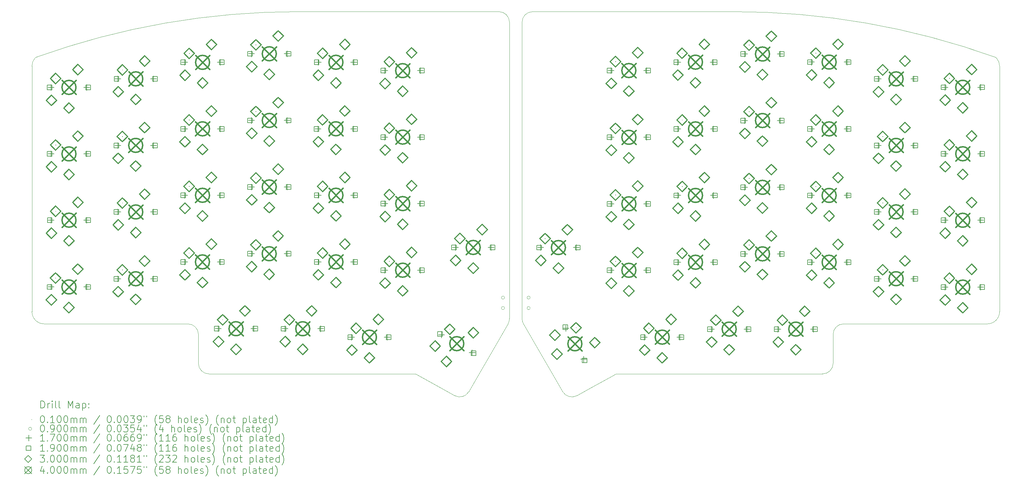
<source format=gbr>
%TF.GenerationSoftware,KiCad,Pcbnew,(6.0.10)*%
%TF.CreationDate,2023-10-04T19:43:44-05:00*%
%TF.ProjectId,RunType58,52756e54-7970-4653-9538-2e6b69636164,rev?*%
%TF.SameCoordinates,Original*%
%TF.FileFunction,Drillmap*%
%TF.FilePolarity,Positive*%
%FSLAX45Y45*%
G04 Gerber Fmt 4.5, Leading zero omitted, Abs format (unit mm)*
G04 Created by KiCad (PCBNEW (6.0.10)) date 2023-10-04 19:43:44*
%MOMM*%
%LPD*%
G01*
G04 APERTURE LIST*
%ADD10C,0.100000*%
%ADD11C,0.200000*%
%ADD12C,0.010000*%
%ADD13C,0.090000*%
%ADD14C,0.170000*%
%ADD15C,0.190000*%
%ADD16C,0.300000*%
%ADD17C,0.400000*%
G04 APERTURE END LIST*
D10*
X16073808Y-11170788D02*
X15751665Y-11728755D01*
X21168876Y-12600255D02*
X25043876Y-12600255D01*
X2496375Y-10821505D02*
G75*
G03*
X2846376Y-11171505I350001J1D01*
G01*
X25643876Y-11171506D02*
G75*
G03*
X25343876Y-11471505I-16J-299984D01*
G01*
X16113994Y-2549826D02*
G75*
G03*
X15814000Y-2249826I-299994J6D01*
G01*
X2496376Y-3806505D02*
X2496376Y-10821505D01*
X14548069Y-13220852D02*
G75*
G03*
X14954659Y-13109211I146781J261642D01*
G01*
X18464195Y-12982696D02*
X18039682Y-13220850D01*
X29741376Y-11171496D02*
G75*
G03*
X30091376Y-10821505I-6J350006D01*
G01*
X11418876Y-12600255D02*
X7543876Y-12600255D01*
X16114000Y-11020788D02*
X16114000Y-2549826D01*
X15751665Y-11728755D02*
X15101665Y-12854588D01*
X14954659Y-13109211D02*
X15101665Y-12854588D01*
X2846376Y-11171505D02*
X4146376Y-11171505D01*
X30005981Y-3577408D02*
G75*
G03*
X29968454Y-3551650I-68031J-58902D01*
G01*
X25343876Y-12300255D02*
X25343876Y-11851505D01*
X13513491Y-12640447D02*
X13441848Y-12600255D01*
X14123557Y-12982696D02*
X14548070Y-13220850D01*
X17633092Y-13109211D02*
G75*
G03*
X18039682Y-13220850I259808J150001D01*
G01*
X16836086Y-11728755D02*
X17486086Y-12854588D01*
X2619298Y-3551649D02*
G75*
G03*
X2581772Y-3577409I30532J-84691D01*
G01*
X10096148Y-2249826D02*
G75*
G03*
X2619298Y-3551650I-25098J-21977894D01*
G01*
X13513491Y-12640447D02*
X14123557Y-12982696D01*
X16473752Y-2549826D02*
X16473752Y-11020788D01*
X16473754Y-11020788D02*
G75*
G03*
X16513944Y-11170788I300006J-2D01*
G01*
X12718876Y-12600255D02*
X13441848Y-12600255D01*
X16073806Y-11170787D02*
G75*
G03*
X16114000Y-11020788I-259786J149997D01*
G01*
X25343876Y-11851505D02*
X25343876Y-11471505D01*
X11418876Y-12600255D02*
X12718876Y-12600255D01*
X25043876Y-12600256D02*
G75*
G03*
X25343876Y-12300255I-16J300016D01*
G01*
X7243876Y-12300255D02*
X7243876Y-11851505D01*
X7243875Y-11471505D02*
G75*
G03*
X6943876Y-11171505I-299995J5D01*
G01*
X16773752Y-2249826D02*
X22491604Y-2249826D01*
X30091376Y-3806505D02*
X30091376Y-5106505D01*
X30091376Y-9521505D02*
X30091376Y-10821505D01*
X19074261Y-12640447D02*
X18464195Y-12982696D01*
X17633093Y-13109211D02*
X17486086Y-12854588D01*
X16773752Y-2249822D02*
G75*
G03*
X16473752Y-2549826I8J-300008D01*
G01*
X15814000Y-2249826D02*
X10096148Y-2249826D01*
X19074261Y-12640447D02*
X19145904Y-12600255D01*
X4146376Y-11171505D02*
X6943876Y-11171505D01*
X30091376Y-5106505D02*
X30091376Y-9521505D01*
X19145904Y-12600255D02*
X21168876Y-12600255D01*
X30091378Y-3806505D02*
G75*
G03*
X30005979Y-3577409I-350008J-5D01*
G01*
X16513944Y-11170788D02*
X16836086Y-11728755D01*
X25643876Y-11171505D02*
X29741376Y-11171505D01*
X2581773Y-3577409D02*
G75*
G03*
X2496376Y-3806505I264605J-229097D01*
G01*
X7243876Y-11471505D02*
X7243876Y-11851505D01*
X29968454Y-3551650D02*
G75*
G03*
X22491604Y-2249826I-7451754J-20676080D01*
G01*
X7243875Y-12300255D02*
G75*
G03*
X7543876Y-12600255I300005J5D01*
G01*
D11*
D12*
X3164500Y-9853000D02*
X3174500Y-9863000D01*
X3174500Y-9853000D02*
X3164500Y-9863000D01*
X3165500Y-4150000D02*
X3175500Y-4160000D01*
X3175500Y-4150000D02*
X3165500Y-4160000D01*
X3165500Y-6051000D02*
X3175500Y-6061000D01*
X3175500Y-6051000D02*
X3165500Y-6061000D01*
X3166500Y-7945000D02*
X3176500Y-7955000D01*
X3176500Y-7945000D02*
X3166500Y-7955000D01*
X5068500Y-5807000D02*
X5078500Y-5817000D01*
X5078500Y-5807000D02*
X5068500Y-5817000D01*
X5069500Y-9619000D02*
X5079500Y-9629000D01*
X5079500Y-9619000D02*
X5069500Y-9629000D01*
X5070500Y-7710000D02*
X5080500Y-7720000D01*
X5080500Y-7710000D02*
X5070500Y-7720000D01*
X5071500Y-3906000D02*
X5081500Y-3916000D01*
X5081500Y-3906000D02*
X5071500Y-3916000D01*
X6971500Y-9137000D02*
X6981500Y-9147000D01*
X6981500Y-9137000D02*
X6971500Y-9147000D01*
X6973500Y-5335000D02*
X6983500Y-5345000D01*
X6983500Y-5335000D02*
X6973500Y-5345000D01*
X6973500Y-7234000D02*
X6983500Y-7244000D01*
X6983500Y-7234000D02*
X6973500Y-7244000D01*
X6975500Y-3435000D02*
X6985500Y-3445000D01*
X6985500Y-3435000D02*
X6975500Y-3445000D01*
X7928500Y-11046000D02*
X7938500Y-11056000D01*
X7938500Y-11046000D02*
X7928500Y-11056000D01*
X8874500Y-8904000D02*
X8884500Y-8914000D01*
X8884500Y-8904000D02*
X8874500Y-8914000D01*
X8876500Y-6995000D02*
X8886500Y-7005000D01*
X8886500Y-6995000D02*
X8876500Y-7005000D01*
X8877500Y-3190000D02*
X8887500Y-3200000D01*
X8887500Y-3190000D02*
X8877500Y-3200000D01*
X8877500Y-5095000D02*
X8887500Y-5105000D01*
X8887500Y-5095000D02*
X8877500Y-5105000D01*
X9831500Y-11047000D02*
X9841500Y-11057000D01*
X9841500Y-11047000D02*
X9831500Y-11057000D01*
X10777500Y-5333000D02*
X10787500Y-5343000D01*
X10787500Y-5333000D02*
X10777500Y-5343000D01*
X10778500Y-3433000D02*
X10788500Y-3443000D01*
X10788500Y-3433000D02*
X10778500Y-3443000D01*
X10778500Y-7232000D02*
X10788500Y-7242000D01*
X10788500Y-7232000D02*
X10778500Y-7242000D01*
X10778500Y-9137000D02*
X10788500Y-9147000D01*
X10788500Y-9137000D02*
X10778500Y-9147000D01*
X11734500Y-11288000D02*
X11744500Y-11298000D01*
X11744500Y-11288000D02*
X11734500Y-11298000D01*
X12681500Y-3672000D02*
X12691500Y-3682000D01*
X12691500Y-3672000D02*
X12681500Y-3682000D01*
X12681500Y-9374000D02*
X12691500Y-9384000D01*
X12691500Y-9374000D02*
X12681500Y-9384000D01*
X12682500Y-5571000D02*
X12692500Y-5581000D01*
X12692500Y-5571000D02*
X12682500Y-5581000D01*
X12682500Y-7471000D02*
X12692500Y-7481000D01*
X12692500Y-7471000D02*
X12682500Y-7481000D01*
X14404745Y-11316315D02*
X14414745Y-11326315D01*
X14414745Y-11316315D02*
X14404745Y-11326315D01*
X14692500Y-8724000D02*
X14702500Y-8734000D01*
X14702500Y-8724000D02*
X14692500Y-8734000D01*
X17122500Y-8727000D02*
X17132500Y-8737000D01*
X17132500Y-8727000D02*
X17122500Y-8737000D01*
X18007185Y-11274745D02*
X18017185Y-11284745D01*
X18017185Y-11274745D02*
X18007185Y-11284745D01*
X19131621Y-3669150D02*
X19141621Y-3679150D01*
X19141621Y-3669150D02*
X19131621Y-3679150D01*
X19132500Y-5577000D02*
X19142500Y-5587000D01*
X19142500Y-5577000D02*
X19132500Y-5587000D01*
X19132500Y-7477000D02*
X19142500Y-7487000D01*
X19142500Y-7477000D02*
X19132500Y-7487000D01*
X19132500Y-9377000D02*
X19142500Y-9387000D01*
X19142500Y-9377000D02*
X19132500Y-9387000D01*
X20082500Y-11287000D02*
X20092500Y-11297000D01*
X20092500Y-11287000D02*
X20082500Y-11297000D01*
X21031301Y-3429420D02*
X21041301Y-3439420D01*
X21041301Y-3429420D02*
X21031301Y-3439420D01*
X21032500Y-5337000D02*
X21042500Y-5347000D01*
X21042500Y-5337000D02*
X21032500Y-5347000D01*
X21032500Y-7237000D02*
X21042500Y-7247000D01*
X21042500Y-7237000D02*
X21032500Y-7247000D01*
X21032500Y-9147000D02*
X21042500Y-9157000D01*
X21042500Y-9147000D02*
X21032500Y-9157000D01*
X21992500Y-11057000D02*
X22002500Y-11067000D01*
X22002500Y-11057000D02*
X21992500Y-11067000D01*
X22942500Y-3197000D02*
X22952500Y-3207000D01*
X22952500Y-3197000D02*
X22942500Y-3207000D01*
X22942500Y-5097000D02*
X22952500Y-5107000D01*
X22952500Y-5097000D02*
X22942500Y-5107000D01*
X22942500Y-7007000D02*
X22952500Y-7017000D01*
X22952500Y-7007000D02*
X22942500Y-7017000D01*
X22942500Y-8907000D02*
X22952500Y-8917000D01*
X22952500Y-8907000D02*
X22942500Y-8917000D01*
X23892500Y-11057000D02*
X23902500Y-11067000D01*
X23902500Y-11057000D02*
X23892500Y-11067000D01*
X24842500Y-3427000D02*
X24852500Y-3437000D01*
X24852500Y-3427000D02*
X24842500Y-3437000D01*
X24842500Y-5337000D02*
X24852500Y-5347000D01*
X24852500Y-5337000D02*
X24842500Y-5347000D01*
X24842500Y-7237000D02*
X24852500Y-7247000D01*
X24852500Y-7237000D02*
X24842500Y-7247000D01*
X24842500Y-9147000D02*
X24852500Y-9157000D01*
X24852500Y-9147000D02*
X24842500Y-9157000D01*
X26752500Y-3907000D02*
X26762500Y-3917000D01*
X26762500Y-3907000D02*
X26752500Y-3917000D01*
X26752500Y-5807000D02*
X26762500Y-5817000D01*
X26762500Y-5807000D02*
X26752500Y-5817000D01*
X26752500Y-7707000D02*
X26762500Y-7717000D01*
X26762500Y-7707000D02*
X26752500Y-7717000D01*
X26752500Y-9617000D02*
X26762500Y-9627000D01*
X26762500Y-9617000D02*
X26752500Y-9627000D01*
X28652500Y-4147000D02*
X28662500Y-4157000D01*
X28662500Y-4147000D02*
X28652500Y-4157000D01*
X28652500Y-6047000D02*
X28662500Y-6057000D01*
X28662500Y-6047000D02*
X28652500Y-6057000D01*
X28652500Y-7947000D02*
X28662500Y-7957000D01*
X28662500Y-7947000D02*
X28652500Y-7957000D01*
X28652500Y-9857000D02*
X28662500Y-9867000D01*
X28662500Y-9857000D02*
X28652500Y-9867000D01*
D13*
X15975000Y-10420000D02*
G75*
G03*
X15975000Y-10420000I-45000J0D01*
G01*
X15975000Y-10720000D02*
G75*
G03*
X15975000Y-10720000I-45000J0D01*
G01*
X16705000Y-10420000D02*
G75*
G03*
X16705000Y-10420000I-45000J0D01*
G01*
X16705000Y-10720000D02*
G75*
G03*
X16705000Y-10720000I-45000J0D01*
G01*
D14*
X3044000Y-10031000D02*
X3044000Y-10201000D01*
X2959000Y-10116000D02*
X3129000Y-10116000D01*
X3045000Y-4328000D02*
X3045000Y-4498000D01*
X2960000Y-4413000D02*
X3130000Y-4413000D01*
X3045000Y-6229000D02*
X3045000Y-6399000D01*
X2960000Y-6314000D02*
X3130000Y-6314000D01*
X3046000Y-8123000D02*
X3046000Y-8293000D01*
X2961000Y-8208000D02*
X3131000Y-8208000D01*
X4060000Y-10031000D02*
X4060000Y-10201000D01*
X3975000Y-10116000D02*
X4145000Y-10116000D01*
X4061000Y-4328000D02*
X4061000Y-4498000D01*
X3976000Y-4413000D02*
X4146000Y-4413000D01*
X4061000Y-6229000D02*
X4061000Y-6399000D01*
X3976000Y-6314000D02*
X4146000Y-6314000D01*
X4062000Y-8123000D02*
X4062000Y-8293000D01*
X3977000Y-8208000D02*
X4147000Y-8208000D01*
X4948000Y-5985000D02*
X4948000Y-6155000D01*
X4863000Y-6070000D02*
X5033000Y-6070000D01*
X4949000Y-9797000D02*
X4949000Y-9967000D01*
X4864000Y-9882000D02*
X5034000Y-9882000D01*
X4950000Y-7888000D02*
X4950000Y-8058000D01*
X4865000Y-7973000D02*
X5035000Y-7973000D01*
X4951000Y-4084000D02*
X4951000Y-4254000D01*
X4866000Y-4169000D02*
X5036000Y-4169000D01*
X5964000Y-5985000D02*
X5964000Y-6155000D01*
X5879000Y-6070000D02*
X6049000Y-6070000D01*
X5965000Y-9797000D02*
X5965000Y-9967000D01*
X5880000Y-9882000D02*
X6050000Y-9882000D01*
X5966000Y-7888000D02*
X5966000Y-8058000D01*
X5881000Y-7973000D02*
X6051000Y-7973000D01*
X5967000Y-4084000D02*
X5967000Y-4254000D01*
X5882000Y-4169000D02*
X6052000Y-4169000D01*
X6851000Y-9315000D02*
X6851000Y-9485000D01*
X6766000Y-9400000D02*
X6936000Y-9400000D01*
X6853000Y-5513000D02*
X6853000Y-5683000D01*
X6768000Y-5598000D02*
X6938000Y-5598000D01*
X6853000Y-7412000D02*
X6853000Y-7582000D01*
X6768000Y-7497000D02*
X6938000Y-7497000D01*
X6855000Y-3613000D02*
X6855000Y-3783000D01*
X6770000Y-3698000D02*
X6940000Y-3698000D01*
X7808000Y-11224000D02*
X7808000Y-11394000D01*
X7723000Y-11309000D02*
X7893000Y-11309000D01*
X7867000Y-9315000D02*
X7867000Y-9485000D01*
X7782000Y-9400000D02*
X7952000Y-9400000D01*
X7869000Y-5513000D02*
X7869000Y-5683000D01*
X7784000Y-5598000D02*
X7954000Y-5598000D01*
X7869000Y-7412000D02*
X7869000Y-7582000D01*
X7784000Y-7497000D02*
X7954000Y-7497000D01*
X7871000Y-3613000D02*
X7871000Y-3783000D01*
X7786000Y-3698000D02*
X7956000Y-3698000D01*
X8754000Y-9082000D02*
X8754000Y-9252000D01*
X8669000Y-9167000D02*
X8839000Y-9167000D01*
X8756000Y-7173000D02*
X8756000Y-7343000D01*
X8671000Y-7258000D02*
X8841000Y-7258000D01*
X8757000Y-3368000D02*
X8757000Y-3538000D01*
X8672000Y-3453000D02*
X8842000Y-3453000D01*
X8757000Y-5273000D02*
X8757000Y-5443000D01*
X8672000Y-5358000D02*
X8842000Y-5358000D01*
X8824000Y-11224000D02*
X8824000Y-11394000D01*
X8739000Y-11309000D02*
X8909000Y-11309000D01*
X9711000Y-11225000D02*
X9711000Y-11395000D01*
X9626000Y-11310000D02*
X9796000Y-11310000D01*
X9770000Y-9082000D02*
X9770000Y-9252000D01*
X9685000Y-9167000D02*
X9855000Y-9167000D01*
X9772000Y-7173000D02*
X9772000Y-7343000D01*
X9687000Y-7258000D02*
X9857000Y-7258000D01*
X9773000Y-3368000D02*
X9773000Y-3538000D01*
X9688000Y-3453000D02*
X9858000Y-3453000D01*
X9773000Y-5273000D02*
X9773000Y-5443000D01*
X9688000Y-5358000D02*
X9858000Y-5358000D01*
X10657000Y-5511000D02*
X10657000Y-5681000D01*
X10572000Y-5596000D02*
X10742000Y-5596000D01*
X10658000Y-3611000D02*
X10658000Y-3781000D01*
X10573000Y-3696000D02*
X10743000Y-3696000D01*
X10658000Y-7410000D02*
X10658000Y-7580000D01*
X10573000Y-7495000D02*
X10743000Y-7495000D01*
X10658000Y-9315000D02*
X10658000Y-9485000D01*
X10573000Y-9400000D02*
X10743000Y-9400000D01*
X10727000Y-11225000D02*
X10727000Y-11395000D01*
X10642000Y-11310000D02*
X10812000Y-11310000D01*
X11614000Y-11466000D02*
X11614000Y-11636000D01*
X11529000Y-11551000D02*
X11699000Y-11551000D01*
X11673000Y-5511000D02*
X11673000Y-5681000D01*
X11588000Y-5596000D02*
X11758000Y-5596000D01*
X11674000Y-3611000D02*
X11674000Y-3781000D01*
X11589000Y-3696000D02*
X11759000Y-3696000D01*
X11674000Y-7410000D02*
X11674000Y-7580000D01*
X11589000Y-7495000D02*
X11759000Y-7495000D01*
X11674000Y-9315000D02*
X11674000Y-9485000D01*
X11589000Y-9400000D02*
X11759000Y-9400000D01*
X12561000Y-3850000D02*
X12561000Y-4020000D01*
X12476000Y-3935000D02*
X12646000Y-3935000D01*
X12561000Y-9552000D02*
X12561000Y-9722000D01*
X12476000Y-9637000D02*
X12646000Y-9637000D01*
X12562000Y-5749000D02*
X12562000Y-5919000D01*
X12477000Y-5834000D02*
X12647000Y-5834000D01*
X12562000Y-7649000D02*
X12562000Y-7819000D01*
X12477000Y-7734000D02*
X12647000Y-7734000D01*
X12630000Y-11466000D02*
X12630000Y-11636000D01*
X12545000Y-11551000D02*
X12715000Y-11551000D01*
X13577000Y-3850000D02*
X13577000Y-4020000D01*
X13492000Y-3935000D02*
X13662000Y-3935000D01*
X13577000Y-9552000D02*
X13577000Y-9722000D01*
X13492000Y-9637000D02*
X13662000Y-9637000D01*
X13578000Y-5749000D02*
X13578000Y-5919000D01*
X13493000Y-5834000D02*
X13663000Y-5834000D01*
X13578000Y-7649000D02*
X13578000Y-7819000D01*
X13493000Y-7734000D02*
X13663000Y-7734000D01*
X14172059Y-11397000D02*
X14172059Y-11567000D01*
X14087059Y-11482000D02*
X14257059Y-11482000D01*
X14572000Y-8902000D02*
X14572000Y-9072000D01*
X14487000Y-8987000D02*
X14657000Y-8987000D01*
X15051941Y-11905000D02*
X15051941Y-12075000D01*
X14966941Y-11990000D02*
X15136941Y-11990000D01*
X15588000Y-8902000D02*
X15588000Y-9072000D01*
X15503000Y-8987000D02*
X15673000Y-8987000D01*
X17002000Y-8905000D02*
X17002000Y-9075000D01*
X16917000Y-8990000D02*
X17087000Y-8990000D01*
X17726000Y-11215059D02*
X17726000Y-11385059D01*
X17641000Y-11300059D02*
X17811000Y-11300059D01*
X18018000Y-8905000D02*
X18018000Y-9075000D01*
X17933000Y-8990000D02*
X18103000Y-8990000D01*
X18234000Y-12094941D02*
X18234000Y-12264941D01*
X18149000Y-12179941D02*
X18319000Y-12179941D01*
X19011121Y-3847150D02*
X19011121Y-4017150D01*
X18926121Y-3932150D02*
X19096121Y-3932150D01*
X19012000Y-5755000D02*
X19012000Y-5925000D01*
X18927000Y-5840000D02*
X19097000Y-5840000D01*
X19012000Y-7655000D02*
X19012000Y-7825000D01*
X18927000Y-7740000D02*
X19097000Y-7740000D01*
X19012000Y-9555000D02*
X19012000Y-9725000D01*
X18927000Y-9640000D02*
X19097000Y-9640000D01*
X19962000Y-11465000D02*
X19962000Y-11635000D01*
X19877000Y-11550000D02*
X20047000Y-11550000D01*
X20027121Y-3847150D02*
X20027121Y-4017150D01*
X19942121Y-3932150D02*
X20112121Y-3932150D01*
X20028000Y-5755000D02*
X20028000Y-5925000D01*
X19943000Y-5840000D02*
X20113000Y-5840000D01*
X20028000Y-7655000D02*
X20028000Y-7825000D01*
X19943000Y-7740000D02*
X20113000Y-7740000D01*
X20028000Y-9555000D02*
X20028000Y-9725000D01*
X19943000Y-9640000D02*
X20113000Y-9640000D01*
X20910801Y-3607420D02*
X20910801Y-3777420D01*
X20825801Y-3692420D02*
X20995801Y-3692420D01*
X20912000Y-5515000D02*
X20912000Y-5685000D01*
X20827000Y-5600000D02*
X20997000Y-5600000D01*
X20912000Y-7415000D02*
X20912000Y-7585000D01*
X20827000Y-7500000D02*
X20997000Y-7500000D01*
X20912000Y-9325000D02*
X20912000Y-9495000D01*
X20827000Y-9410000D02*
X20997000Y-9410000D01*
X20978000Y-11465000D02*
X20978000Y-11635000D01*
X20893000Y-11550000D02*
X21063000Y-11550000D01*
X21872000Y-11235000D02*
X21872000Y-11405000D01*
X21787000Y-11320000D02*
X21957000Y-11320000D01*
X21926801Y-3607420D02*
X21926801Y-3777420D01*
X21841801Y-3692420D02*
X22011801Y-3692420D01*
X21928000Y-5515000D02*
X21928000Y-5685000D01*
X21843000Y-5600000D02*
X22013000Y-5600000D01*
X21928000Y-7415000D02*
X21928000Y-7585000D01*
X21843000Y-7500000D02*
X22013000Y-7500000D01*
X21928000Y-9325000D02*
X21928000Y-9495000D01*
X21843000Y-9410000D02*
X22013000Y-9410000D01*
X22822000Y-3375000D02*
X22822000Y-3545000D01*
X22737000Y-3460000D02*
X22907000Y-3460000D01*
X22822000Y-5275000D02*
X22822000Y-5445000D01*
X22737000Y-5360000D02*
X22907000Y-5360000D01*
X22822000Y-7185000D02*
X22822000Y-7355000D01*
X22737000Y-7270000D02*
X22907000Y-7270000D01*
X22822000Y-9085000D02*
X22822000Y-9255000D01*
X22737000Y-9170000D02*
X22907000Y-9170000D01*
X22888000Y-11235000D02*
X22888000Y-11405000D01*
X22803000Y-11320000D02*
X22973000Y-11320000D01*
X23772000Y-11235000D02*
X23772000Y-11405000D01*
X23687000Y-11320000D02*
X23857000Y-11320000D01*
X23838000Y-3375000D02*
X23838000Y-3545000D01*
X23753000Y-3460000D02*
X23923000Y-3460000D01*
X23838000Y-5275000D02*
X23838000Y-5445000D01*
X23753000Y-5360000D02*
X23923000Y-5360000D01*
X23838000Y-7185000D02*
X23838000Y-7355000D01*
X23753000Y-7270000D02*
X23923000Y-7270000D01*
X23838000Y-9085000D02*
X23838000Y-9255000D01*
X23753000Y-9170000D02*
X23923000Y-9170000D01*
X24722000Y-3605000D02*
X24722000Y-3775000D01*
X24637000Y-3690000D02*
X24807000Y-3690000D01*
X24722000Y-5515000D02*
X24722000Y-5685000D01*
X24637000Y-5600000D02*
X24807000Y-5600000D01*
X24722000Y-7415000D02*
X24722000Y-7585000D01*
X24637000Y-7500000D02*
X24807000Y-7500000D01*
X24722000Y-9325000D02*
X24722000Y-9495000D01*
X24637000Y-9410000D02*
X24807000Y-9410000D01*
X24788000Y-11235000D02*
X24788000Y-11405000D01*
X24703000Y-11320000D02*
X24873000Y-11320000D01*
X25738000Y-3605000D02*
X25738000Y-3775000D01*
X25653000Y-3690000D02*
X25823000Y-3690000D01*
X25738000Y-5515000D02*
X25738000Y-5685000D01*
X25653000Y-5600000D02*
X25823000Y-5600000D01*
X25738000Y-7415000D02*
X25738000Y-7585000D01*
X25653000Y-7500000D02*
X25823000Y-7500000D01*
X25738000Y-9325000D02*
X25738000Y-9495000D01*
X25653000Y-9410000D02*
X25823000Y-9410000D01*
X26632000Y-4085000D02*
X26632000Y-4255000D01*
X26547000Y-4170000D02*
X26717000Y-4170000D01*
X26632000Y-5985000D02*
X26632000Y-6155000D01*
X26547000Y-6070000D02*
X26717000Y-6070000D01*
X26632000Y-7885000D02*
X26632000Y-8055000D01*
X26547000Y-7970000D02*
X26717000Y-7970000D01*
X26632000Y-9795000D02*
X26632000Y-9965000D01*
X26547000Y-9880000D02*
X26717000Y-9880000D01*
X27648000Y-4085000D02*
X27648000Y-4255000D01*
X27563000Y-4170000D02*
X27733000Y-4170000D01*
X27648000Y-5985000D02*
X27648000Y-6155000D01*
X27563000Y-6070000D02*
X27733000Y-6070000D01*
X27648000Y-7885000D02*
X27648000Y-8055000D01*
X27563000Y-7970000D02*
X27733000Y-7970000D01*
X27648000Y-9795000D02*
X27648000Y-9965000D01*
X27563000Y-9880000D02*
X27733000Y-9880000D01*
X28532000Y-4325000D02*
X28532000Y-4495000D01*
X28447000Y-4410000D02*
X28617000Y-4410000D01*
X28532000Y-6225000D02*
X28532000Y-6395000D01*
X28447000Y-6310000D02*
X28617000Y-6310000D01*
X28532000Y-8125000D02*
X28532000Y-8295000D01*
X28447000Y-8210000D02*
X28617000Y-8210000D01*
X28532000Y-10035000D02*
X28532000Y-10205000D01*
X28447000Y-10120000D02*
X28617000Y-10120000D01*
X29548000Y-4325000D02*
X29548000Y-4495000D01*
X29463000Y-4410000D02*
X29633000Y-4410000D01*
X29548000Y-6225000D02*
X29548000Y-6395000D01*
X29463000Y-6310000D02*
X29633000Y-6310000D01*
X29548000Y-8125000D02*
X29548000Y-8295000D01*
X29463000Y-8210000D02*
X29633000Y-8210000D01*
X29548000Y-10035000D02*
X29548000Y-10205000D01*
X29463000Y-10120000D02*
X29633000Y-10120000D01*
D15*
X3069176Y-10183176D02*
X3069176Y-10048824D01*
X2934824Y-10048824D01*
X2934824Y-10183176D01*
X3069176Y-10183176D01*
X3070176Y-4480176D02*
X3070176Y-4345824D01*
X2935824Y-4345824D01*
X2935824Y-4480176D01*
X3070176Y-4480176D01*
X3070176Y-6381176D02*
X3070176Y-6246824D01*
X2935824Y-6246824D01*
X2935824Y-6381176D01*
X3070176Y-6381176D01*
X3071176Y-8275176D02*
X3071176Y-8140824D01*
X2936824Y-8140824D01*
X2936824Y-8275176D01*
X3071176Y-8275176D01*
X4169176Y-10183176D02*
X4169176Y-10048824D01*
X4034824Y-10048824D01*
X4034824Y-10183176D01*
X4169176Y-10183176D01*
X4170176Y-4480176D02*
X4170176Y-4345824D01*
X4035824Y-4345824D01*
X4035824Y-4480176D01*
X4170176Y-4480176D01*
X4170176Y-6381176D02*
X4170176Y-6246824D01*
X4035824Y-6246824D01*
X4035824Y-6381176D01*
X4170176Y-6381176D01*
X4171176Y-8275176D02*
X4171176Y-8140824D01*
X4036824Y-8140824D01*
X4036824Y-8275176D01*
X4171176Y-8275176D01*
X4973176Y-6137176D02*
X4973176Y-6002824D01*
X4838824Y-6002824D01*
X4838824Y-6137176D01*
X4973176Y-6137176D01*
X4974176Y-9949176D02*
X4974176Y-9814824D01*
X4839824Y-9814824D01*
X4839824Y-9949176D01*
X4974176Y-9949176D01*
X4975176Y-8040176D02*
X4975176Y-7905824D01*
X4840824Y-7905824D01*
X4840824Y-8040176D01*
X4975176Y-8040176D01*
X4976176Y-4236176D02*
X4976176Y-4101824D01*
X4841824Y-4101824D01*
X4841824Y-4236176D01*
X4976176Y-4236176D01*
X6073176Y-6137176D02*
X6073176Y-6002824D01*
X5938824Y-6002824D01*
X5938824Y-6137176D01*
X6073176Y-6137176D01*
X6074176Y-9949176D02*
X6074176Y-9814824D01*
X5939824Y-9814824D01*
X5939824Y-9949176D01*
X6074176Y-9949176D01*
X6075176Y-8040176D02*
X6075176Y-7905824D01*
X5940824Y-7905824D01*
X5940824Y-8040176D01*
X6075176Y-8040176D01*
X6076176Y-4236176D02*
X6076176Y-4101824D01*
X5941824Y-4101824D01*
X5941824Y-4236176D01*
X6076176Y-4236176D01*
X6876176Y-9467176D02*
X6876176Y-9332824D01*
X6741824Y-9332824D01*
X6741824Y-9467176D01*
X6876176Y-9467176D01*
X6878176Y-5665176D02*
X6878176Y-5530824D01*
X6743824Y-5530824D01*
X6743824Y-5665176D01*
X6878176Y-5665176D01*
X6878176Y-7564176D02*
X6878176Y-7429824D01*
X6743824Y-7429824D01*
X6743824Y-7564176D01*
X6878176Y-7564176D01*
X6880176Y-3765176D02*
X6880176Y-3630824D01*
X6745824Y-3630824D01*
X6745824Y-3765176D01*
X6880176Y-3765176D01*
X7833176Y-11376176D02*
X7833176Y-11241824D01*
X7698824Y-11241824D01*
X7698824Y-11376176D01*
X7833176Y-11376176D01*
X7976176Y-9467176D02*
X7976176Y-9332824D01*
X7841824Y-9332824D01*
X7841824Y-9467176D01*
X7976176Y-9467176D01*
X7978176Y-5665176D02*
X7978176Y-5530824D01*
X7843824Y-5530824D01*
X7843824Y-5665176D01*
X7978176Y-5665176D01*
X7978176Y-7564176D02*
X7978176Y-7429824D01*
X7843824Y-7429824D01*
X7843824Y-7564176D01*
X7978176Y-7564176D01*
X7980176Y-3765176D02*
X7980176Y-3630824D01*
X7845824Y-3630824D01*
X7845824Y-3765176D01*
X7980176Y-3765176D01*
X8779176Y-9234176D02*
X8779176Y-9099824D01*
X8644824Y-9099824D01*
X8644824Y-9234176D01*
X8779176Y-9234176D01*
X8781176Y-7325176D02*
X8781176Y-7190824D01*
X8646824Y-7190824D01*
X8646824Y-7325176D01*
X8781176Y-7325176D01*
X8782176Y-3520176D02*
X8782176Y-3385824D01*
X8647824Y-3385824D01*
X8647824Y-3520176D01*
X8782176Y-3520176D01*
X8782176Y-5425176D02*
X8782176Y-5290824D01*
X8647824Y-5290824D01*
X8647824Y-5425176D01*
X8782176Y-5425176D01*
X8933176Y-11376176D02*
X8933176Y-11241824D01*
X8798824Y-11241824D01*
X8798824Y-11376176D01*
X8933176Y-11376176D01*
X9736176Y-11377176D02*
X9736176Y-11242824D01*
X9601824Y-11242824D01*
X9601824Y-11377176D01*
X9736176Y-11377176D01*
X9879176Y-9234176D02*
X9879176Y-9099824D01*
X9744824Y-9099824D01*
X9744824Y-9234176D01*
X9879176Y-9234176D01*
X9881176Y-7325176D02*
X9881176Y-7190824D01*
X9746824Y-7190824D01*
X9746824Y-7325176D01*
X9881176Y-7325176D01*
X9882176Y-3520176D02*
X9882176Y-3385824D01*
X9747824Y-3385824D01*
X9747824Y-3520176D01*
X9882176Y-3520176D01*
X9882176Y-5425176D02*
X9882176Y-5290824D01*
X9747824Y-5290824D01*
X9747824Y-5425176D01*
X9882176Y-5425176D01*
X10682176Y-5663176D02*
X10682176Y-5528824D01*
X10547824Y-5528824D01*
X10547824Y-5663176D01*
X10682176Y-5663176D01*
X10683176Y-3763176D02*
X10683176Y-3628824D01*
X10548824Y-3628824D01*
X10548824Y-3763176D01*
X10683176Y-3763176D01*
X10683176Y-7562176D02*
X10683176Y-7427824D01*
X10548824Y-7427824D01*
X10548824Y-7562176D01*
X10683176Y-7562176D01*
X10683176Y-9467176D02*
X10683176Y-9332824D01*
X10548824Y-9332824D01*
X10548824Y-9467176D01*
X10683176Y-9467176D01*
X10836176Y-11377176D02*
X10836176Y-11242824D01*
X10701824Y-11242824D01*
X10701824Y-11377176D01*
X10836176Y-11377176D01*
X11639176Y-11618176D02*
X11639176Y-11483824D01*
X11504824Y-11483824D01*
X11504824Y-11618176D01*
X11639176Y-11618176D01*
X11782176Y-5663176D02*
X11782176Y-5528824D01*
X11647824Y-5528824D01*
X11647824Y-5663176D01*
X11782176Y-5663176D01*
X11783176Y-3763176D02*
X11783176Y-3628824D01*
X11648824Y-3628824D01*
X11648824Y-3763176D01*
X11783176Y-3763176D01*
X11783176Y-7562176D02*
X11783176Y-7427824D01*
X11648824Y-7427824D01*
X11648824Y-7562176D01*
X11783176Y-7562176D01*
X11783176Y-9467176D02*
X11783176Y-9332824D01*
X11648824Y-9332824D01*
X11648824Y-9467176D01*
X11783176Y-9467176D01*
X12586176Y-4002176D02*
X12586176Y-3867824D01*
X12451824Y-3867824D01*
X12451824Y-4002176D01*
X12586176Y-4002176D01*
X12586176Y-9704176D02*
X12586176Y-9569824D01*
X12451824Y-9569824D01*
X12451824Y-9704176D01*
X12586176Y-9704176D01*
X12587176Y-5901176D02*
X12587176Y-5766824D01*
X12452824Y-5766824D01*
X12452824Y-5901176D01*
X12587176Y-5901176D01*
X12587176Y-7801176D02*
X12587176Y-7666824D01*
X12452824Y-7666824D01*
X12452824Y-7801176D01*
X12587176Y-7801176D01*
X12739176Y-11618176D02*
X12739176Y-11483824D01*
X12604824Y-11483824D01*
X12604824Y-11618176D01*
X12739176Y-11618176D01*
X13686176Y-4002176D02*
X13686176Y-3867824D01*
X13551824Y-3867824D01*
X13551824Y-4002176D01*
X13686176Y-4002176D01*
X13686176Y-9704176D02*
X13686176Y-9569824D01*
X13551824Y-9569824D01*
X13551824Y-9704176D01*
X13686176Y-9704176D01*
X13687176Y-5901176D02*
X13687176Y-5766824D01*
X13552824Y-5766824D01*
X13552824Y-5901176D01*
X13687176Y-5901176D01*
X13687176Y-7801176D02*
X13687176Y-7666824D01*
X13552824Y-7666824D01*
X13552824Y-7801176D01*
X13687176Y-7801176D01*
X14202862Y-11528176D02*
X14202862Y-11393824D01*
X14068510Y-11393824D01*
X14068510Y-11528176D01*
X14202862Y-11528176D01*
X14597176Y-9054176D02*
X14597176Y-8919824D01*
X14462824Y-8919824D01*
X14462824Y-9054176D01*
X14597176Y-9054176D01*
X15155490Y-12078176D02*
X15155490Y-11943824D01*
X15021138Y-11943824D01*
X15021138Y-12078176D01*
X15155490Y-12078176D01*
X15697176Y-9054176D02*
X15697176Y-8919824D01*
X15562824Y-8919824D01*
X15562824Y-9054176D01*
X15697176Y-9054176D01*
X17027176Y-9057176D02*
X17027176Y-8922824D01*
X16892824Y-8922824D01*
X16892824Y-9057176D01*
X17027176Y-9057176D01*
X17772176Y-11330862D02*
X17772176Y-11196510D01*
X17637824Y-11196510D01*
X17637824Y-11330862D01*
X17772176Y-11330862D01*
X18127176Y-9057176D02*
X18127176Y-8922824D01*
X17992824Y-8922824D01*
X17992824Y-9057176D01*
X18127176Y-9057176D01*
X18322176Y-12283490D02*
X18322176Y-12149138D01*
X18187824Y-12149138D01*
X18187824Y-12283490D01*
X18322176Y-12283490D01*
X19036297Y-3999325D02*
X19036297Y-3864974D01*
X18901945Y-3864974D01*
X18901945Y-3999325D01*
X19036297Y-3999325D01*
X19037176Y-5907176D02*
X19037176Y-5772824D01*
X18902824Y-5772824D01*
X18902824Y-5907176D01*
X19037176Y-5907176D01*
X19037176Y-7807176D02*
X19037176Y-7672824D01*
X18902824Y-7672824D01*
X18902824Y-7807176D01*
X19037176Y-7807176D01*
X19037176Y-9707176D02*
X19037176Y-9572824D01*
X18902824Y-9572824D01*
X18902824Y-9707176D01*
X19037176Y-9707176D01*
X19987176Y-11617176D02*
X19987176Y-11482824D01*
X19852824Y-11482824D01*
X19852824Y-11617176D01*
X19987176Y-11617176D01*
X20136297Y-3999325D02*
X20136297Y-3864974D01*
X20001945Y-3864974D01*
X20001945Y-3999325D01*
X20136297Y-3999325D01*
X20137176Y-5907176D02*
X20137176Y-5772824D01*
X20002824Y-5772824D01*
X20002824Y-5907176D01*
X20137176Y-5907176D01*
X20137176Y-7807176D02*
X20137176Y-7672824D01*
X20002824Y-7672824D01*
X20002824Y-7807176D01*
X20137176Y-7807176D01*
X20137176Y-9707176D02*
X20137176Y-9572824D01*
X20002824Y-9572824D01*
X20002824Y-9707176D01*
X20137176Y-9707176D01*
X20935977Y-3759595D02*
X20935977Y-3625244D01*
X20801625Y-3625244D01*
X20801625Y-3759595D01*
X20935977Y-3759595D01*
X20937176Y-5667176D02*
X20937176Y-5532824D01*
X20802824Y-5532824D01*
X20802824Y-5667176D01*
X20937176Y-5667176D01*
X20937176Y-7567176D02*
X20937176Y-7432824D01*
X20802824Y-7432824D01*
X20802824Y-7567176D01*
X20937176Y-7567176D01*
X20937176Y-9477176D02*
X20937176Y-9342824D01*
X20802824Y-9342824D01*
X20802824Y-9477176D01*
X20937176Y-9477176D01*
X21087176Y-11617176D02*
X21087176Y-11482824D01*
X20952824Y-11482824D01*
X20952824Y-11617176D01*
X21087176Y-11617176D01*
X21897176Y-11387176D02*
X21897176Y-11252824D01*
X21762824Y-11252824D01*
X21762824Y-11387176D01*
X21897176Y-11387176D01*
X22035977Y-3759595D02*
X22035977Y-3625244D01*
X21901625Y-3625244D01*
X21901625Y-3759595D01*
X22035977Y-3759595D01*
X22037176Y-5667176D02*
X22037176Y-5532824D01*
X21902824Y-5532824D01*
X21902824Y-5667176D01*
X22037176Y-5667176D01*
X22037176Y-7567176D02*
X22037176Y-7432824D01*
X21902824Y-7432824D01*
X21902824Y-7567176D01*
X22037176Y-7567176D01*
X22037176Y-9477176D02*
X22037176Y-9342824D01*
X21902824Y-9342824D01*
X21902824Y-9477176D01*
X22037176Y-9477176D01*
X22847176Y-3527176D02*
X22847176Y-3392824D01*
X22712824Y-3392824D01*
X22712824Y-3527176D01*
X22847176Y-3527176D01*
X22847176Y-5427176D02*
X22847176Y-5292824D01*
X22712824Y-5292824D01*
X22712824Y-5427176D01*
X22847176Y-5427176D01*
X22847176Y-7337176D02*
X22847176Y-7202824D01*
X22712824Y-7202824D01*
X22712824Y-7337176D01*
X22847176Y-7337176D01*
X22847176Y-9237176D02*
X22847176Y-9102824D01*
X22712824Y-9102824D01*
X22712824Y-9237176D01*
X22847176Y-9237176D01*
X22997176Y-11387176D02*
X22997176Y-11252824D01*
X22862824Y-11252824D01*
X22862824Y-11387176D01*
X22997176Y-11387176D01*
X23797176Y-11387176D02*
X23797176Y-11252824D01*
X23662824Y-11252824D01*
X23662824Y-11387176D01*
X23797176Y-11387176D01*
X23947176Y-3527176D02*
X23947176Y-3392824D01*
X23812824Y-3392824D01*
X23812824Y-3527176D01*
X23947176Y-3527176D01*
X23947176Y-5427176D02*
X23947176Y-5292824D01*
X23812824Y-5292824D01*
X23812824Y-5427176D01*
X23947176Y-5427176D01*
X23947176Y-7337176D02*
X23947176Y-7202824D01*
X23812824Y-7202824D01*
X23812824Y-7337176D01*
X23947176Y-7337176D01*
X23947176Y-9237176D02*
X23947176Y-9102824D01*
X23812824Y-9102824D01*
X23812824Y-9237176D01*
X23947176Y-9237176D01*
X24747176Y-3757176D02*
X24747176Y-3622824D01*
X24612824Y-3622824D01*
X24612824Y-3757176D01*
X24747176Y-3757176D01*
X24747176Y-5667176D02*
X24747176Y-5532824D01*
X24612824Y-5532824D01*
X24612824Y-5667176D01*
X24747176Y-5667176D01*
X24747176Y-7567176D02*
X24747176Y-7432824D01*
X24612824Y-7432824D01*
X24612824Y-7567176D01*
X24747176Y-7567176D01*
X24747176Y-9477176D02*
X24747176Y-9342824D01*
X24612824Y-9342824D01*
X24612824Y-9477176D01*
X24747176Y-9477176D01*
X24897176Y-11387176D02*
X24897176Y-11252824D01*
X24762824Y-11252824D01*
X24762824Y-11387176D01*
X24897176Y-11387176D01*
X25847176Y-3757176D02*
X25847176Y-3622824D01*
X25712824Y-3622824D01*
X25712824Y-3757176D01*
X25847176Y-3757176D01*
X25847176Y-5667176D02*
X25847176Y-5532824D01*
X25712824Y-5532824D01*
X25712824Y-5667176D01*
X25847176Y-5667176D01*
X25847176Y-7567176D02*
X25847176Y-7432824D01*
X25712824Y-7432824D01*
X25712824Y-7567176D01*
X25847176Y-7567176D01*
X25847176Y-9477176D02*
X25847176Y-9342824D01*
X25712824Y-9342824D01*
X25712824Y-9477176D01*
X25847176Y-9477176D01*
X26657176Y-4237176D02*
X26657176Y-4102824D01*
X26522824Y-4102824D01*
X26522824Y-4237176D01*
X26657176Y-4237176D01*
X26657176Y-6137176D02*
X26657176Y-6002824D01*
X26522824Y-6002824D01*
X26522824Y-6137176D01*
X26657176Y-6137176D01*
X26657176Y-8037176D02*
X26657176Y-7902824D01*
X26522824Y-7902824D01*
X26522824Y-8037176D01*
X26657176Y-8037176D01*
X26657176Y-9947176D02*
X26657176Y-9812824D01*
X26522824Y-9812824D01*
X26522824Y-9947176D01*
X26657176Y-9947176D01*
X27757176Y-4237176D02*
X27757176Y-4102824D01*
X27622824Y-4102824D01*
X27622824Y-4237176D01*
X27757176Y-4237176D01*
X27757176Y-6137176D02*
X27757176Y-6002824D01*
X27622824Y-6002824D01*
X27622824Y-6137176D01*
X27757176Y-6137176D01*
X27757176Y-8037176D02*
X27757176Y-7902824D01*
X27622824Y-7902824D01*
X27622824Y-8037176D01*
X27757176Y-8037176D01*
X27757176Y-9947176D02*
X27757176Y-9812824D01*
X27622824Y-9812824D01*
X27622824Y-9947176D01*
X27757176Y-9947176D01*
X28557176Y-4477176D02*
X28557176Y-4342824D01*
X28422824Y-4342824D01*
X28422824Y-4477176D01*
X28557176Y-4477176D01*
X28557176Y-6377176D02*
X28557176Y-6242824D01*
X28422824Y-6242824D01*
X28422824Y-6377176D01*
X28557176Y-6377176D01*
X28557176Y-8277176D02*
X28557176Y-8142824D01*
X28422824Y-8142824D01*
X28422824Y-8277176D01*
X28557176Y-8277176D01*
X28557176Y-10187176D02*
X28557176Y-10052824D01*
X28422824Y-10052824D01*
X28422824Y-10187176D01*
X28557176Y-10187176D01*
X29657176Y-4477176D02*
X29657176Y-4342824D01*
X29522824Y-4342824D01*
X29522824Y-4477176D01*
X29657176Y-4477176D01*
X29657176Y-6377176D02*
X29657176Y-6242824D01*
X29522824Y-6242824D01*
X29522824Y-6377176D01*
X29657176Y-6377176D01*
X29657176Y-8277176D02*
X29657176Y-8142824D01*
X29522824Y-8142824D01*
X29522824Y-8277176D01*
X29657176Y-8277176D01*
X29657176Y-10187176D02*
X29657176Y-10052824D01*
X29522824Y-10052824D01*
X29522824Y-10187176D01*
X29657176Y-10187176D01*
D16*
X3052000Y-10636000D02*
X3202000Y-10486000D01*
X3052000Y-10336000D01*
X2902000Y-10486000D01*
X3052000Y-10636000D01*
X3053000Y-4933000D02*
X3203000Y-4783000D01*
X3053000Y-4633000D01*
X2903000Y-4783000D01*
X3053000Y-4933000D01*
X3053000Y-6834000D02*
X3203000Y-6684000D01*
X3053000Y-6534000D01*
X2903000Y-6684000D01*
X3053000Y-6834000D01*
X3054000Y-8728000D02*
X3204000Y-8578000D01*
X3054000Y-8428000D01*
X2904000Y-8578000D01*
X3054000Y-8728000D01*
X3171000Y-10012000D02*
X3321000Y-9862000D01*
X3171000Y-9712000D01*
X3021000Y-9862000D01*
X3171000Y-10012000D01*
X3172000Y-4309000D02*
X3322000Y-4159000D01*
X3172000Y-4009000D01*
X3022000Y-4159000D01*
X3172000Y-4309000D01*
X3172000Y-6210000D02*
X3322000Y-6060000D01*
X3172000Y-5910000D01*
X3022000Y-6060000D01*
X3172000Y-6210000D01*
X3173000Y-8104000D02*
X3323000Y-7954000D01*
X3173000Y-7804000D01*
X3023000Y-7954000D01*
X3173000Y-8104000D01*
X3552000Y-10856000D02*
X3702000Y-10706000D01*
X3552000Y-10556000D01*
X3402000Y-10706000D01*
X3552000Y-10856000D01*
X3553000Y-5153000D02*
X3703000Y-5003000D01*
X3553000Y-4853000D01*
X3403000Y-5003000D01*
X3553000Y-5153000D01*
X3553000Y-7054000D02*
X3703000Y-6904000D01*
X3553000Y-6754000D01*
X3403000Y-6904000D01*
X3553000Y-7054000D01*
X3554000Y-8948000D02*
X3704000Y-8798000D01*
X3554000Y-8648000D01*
X3404000Y-8798000D01*
X3554000Y-8948000D01*
X3806000Y-9758000D02*
X3956000Y-9608000D01*
X3806000Y-9458000D01*
X3656000Y-9608000D01*
X3806000Y-9758000D01*
X3807000Y-4055000D02*
X3957000Y-3905000D01*
X3807000Y-3755000D01*
X3657000Y-3905000D01*
X3807000Y-4055000D01*
X3807000Y-5956000D02*
X3957000Y-5806000D01*
X3807000Y-5656000D01*
X3657000Y-5806000D01*
X3807000Y-5956000D01*
X3808000Y-7850000D02*
X3958000Y-7700000D01*
X3808000Y-7550000D01*
X3658000Y-7700000D01*
X3808000Y-7850000D01*
X4956000Y-6590000D02*
X5106000Y-6440000D01*
X4956000Y-6290000D01*
X4806000Y-6440000D01*
X4956000Y-6590000D01*
X4957000Y-10402000D02*
X5107000Y-10252000D01*
X4957000Y-10102000D01*
X4807000Y-10252000D01*
X4957000Y-10402000D01*
X4958000Y-8493000D02*
X5108000Y-8343000D01*
X4958000Y-8193000D01*
X4808000Y-8343000D01*
X4958000Y-8493000D01*
X4959000Y-4689000D02*
X5109000Y-4539000D01*
X4959000Y-4389000D01*
X4809000Y-4539000D01*
X4959000Y-4689000D01*
X5075000Y-5966000D02*
X5225000Y-5816000D01*
X5075000Y-5666000D01*
X4925000Y-5816000D01*
X5075000Y-5966000D01*
X5076000Y-9778000D02*
X5226000Y-9628000D01*
X5076000Y-9478000D01*
X4926000Y-9628000D01*
X5076000Y-9778000D01*
X5077000Y-7869000D02*
X5227000Y-7719000D01*
X5077000Y-7569000D01*
X4927000Y-7719000D01*
X5077000Y-7869000D01*
X5078000Y-4065000D02*
X5228000Y-3915000D01*
X5078000Y-3765000D01*
X4928000Y-3915000D01*
X5078000Y-4065000D01*
X5456000Y-6810000D02*
X5606000Y-6660000D01*
X5456000Y-6510000D01*
X5306000Y-6660000D01*
X5456000Y-6810000D01*
X5457000Y-10622000D02*
X5607000Y-10472000D01*
X5457000Y-10322000D01*
X5307000Y-10472000D01*
X5457000Y-10622000D01*
X5458000Y-8713000D02*
X5608000Y-8563000D01*
X5458000Y-8413000D01*
X5308000Y-8563000D01*
X5458000Y-8713000D01*
X5459000Y-4909000D02*
X5609000Y-4759000D01*
X5459000Y-4609000D01*
X5309000Y-4759000D01*
X5459000Y-4909000D01*
X5710000Y-5712000D02*
X5860000Y-5562000D01*
X5710000Y-5412000D01*
X5560000Y-5562000D01*
X5710000Y-5712000D01*
X5711000Y-9524000D02*
X5861000Y-9374000D01*
X5711000Y-9224000D01*
X5561000Y-9374000D01*
X5711000Y-9524000D01*
X5712000Y-7615000D02*
X5862000Y-7465000D01*
X5712000Y-7315000D01*
X5562000Y-7465000D01*
X5712000Y-7615000D01*
X5713000Y-3811000D02*
X5863000Y-3661000D01*
X5713000Y-3511000D01*
X5563000Y-3661000D01*
X5713000Y-3811000D01*
X6859000Y-9920000D02*
X7009000Y-9770000D01*
X6859000Y-9620000D01*
X6709000Y-9770000D01*
X6859000Y-9920000D01*
X6861000Y-6118000D02*
X7011000Y-5968000D01*
X6861000Y-5818000D01*
X6711000Y-5968000D01*
X6861000Y-6118000D01*
X6861000Y-8017000D02*
X7011000Y-7867000D01*
X6861000Y-7717000D01*
X6711000Y-7867000D01*
X6861000Y-8017000D01*
X6863000Y-4218000D02*
X7013000Y-4068000D01*
X6863000Y-3918000D01*
X6713000Y-4068000D01*
X6863000Y-4218000D01*
X6978000Y-9296000D02*
X7128000Y-9146000D01*
X6978000Y-8996000D01*
X6828000Y-9146000D01*
X6978000Y-9296000D01*
X6980000Y-5494000D02*
X7130000Y-5344000D01*
X6980000Y-5194000D01*
X6830000Y-5344000D01*
X6980000Y-5494000D01*
X6980000Y-7393000D02*
X7130000Y-7243000D01*
X6980000Y-7093000D01*
X6830000Y-7243000D01*
X6980000Y-7393000D01*
X6982000Y-3594000D02*
X7132000Y-3444000D01*
X6982000Y-3294000D01*
X6832000Y-3444000D01*
X6982000Y-3594000D01*
X7359000Y-10140000D02*
X7509000Y-9990000D01*
X7359000Y-9840000D01*
X7209000Y-9990000D01*
X7359000Y-10140000D01*
X7361000Y-6338000D02*
X7511000Y-6188000D01*
X7361000Y-6038000D01*
X7211000Y-6188000D01*
X7361000Y-6338000D01*
X7361000Y-8237000D02*
X7511000Y-8087000D01*
X7361000Y-7937000D01*
X7211000Y-8087000D01*
X7361000Y-8237000D01*
X7363000Y-4438000D02*
X7513000Y-4288000D01*
X7363000Y-4138000D01*
X7213000Y-4288000D01*
X7363000Y-4438000D01*
X7613000Y-9042000D02*
X7763000Y-8892000D01*
X7613000Y-8742000D01*
X7463000Y-8892000D01*
X7613000Y-9042000D01*
X7615000Y-5240000D02*
X7765000Y-5090000D01*
X7615000Y-4940000D01*
X7465000Y-5090000D01*
X7615000Y-5240000D01*
X7615000Y-7139000D02*
X7765000Y-6989000D01*
X7615000Y-6839000D01*
X7465000Y-6989000D01*
X7615000Y-7139000D01*
X7617000Y-3340000D02*
X7767000Y-3190000D01*
X7617000Y-3040000D01*
X7467000Y-3190000D01*
X7617000Y-3340000D01*
X7816000Y-11829000D02*
X7966000Y-11679000D01*
X7816000Y-11529000D01*
X7666000Y-11679000D01*
X7816000Y-11829000D01*
X7935000Y-11205000D02*
X8085000Y-11055000D01*
X7935000Y-10905000D01*
X7785000Y-11055000D01*
X7935000Y-11205000D01*
X8316000Y-12049000D02*
X8466000Y-11899000D01*
X8316000Y-11749000D01*
X8166000Y-11899000D01*
X8316000Y-12049000D01*
X8570000Y-10951000D02*
X8720000Y-10801000D01*
X8570000Y-10651000D01*
X8420000Y-10801000D01*
X8570000Y-10951000D01*
X8762000Y-9687000D02*
X8912000Y-9537000D01*
X8762000Y-9387000D01*
X8612000Y-9537000D01*
X8762000Y-9687000D01*
X8764000Y-7778000D02*
X8914000Y-7628000D01*
X8764000Y-7478000D01*
X8614000Y-7628000D01*
X8764000Y-7778000D01*
X8765000Y-3973000D02*
X8915000Y-3823000D01*
X8765000Y-3673000D01*
X8615000Y-3823000D01*
X8765000Y-3973000D01*
X8765000Y-5878000D02*
X8915000Y-5728000D01*
X8765000Y-5578000D01*
X8615000Y-5728000D01*
X8765000Y-5878000D01*
X8881000Y-9063000D02*
X9031000Y-8913000D01*
X8881000Y-8763000D01*
X8731000Y-8913000D01*
X8881000Y-9063000D01*
X8883000Y-7154000D02*
X9033000Y-7004000D01*
X8883000Y-6854000D01*
X8733000Y-7004000D01*
X8883000Y-7154000D01*
X8884000Y-3349000D02*
X9034000Y-3199000D01*
X8884000Y-3049000D01*
X8734000Y-3199000D01*
X8884000Y-3349000D01*
X8884000Y-5254000D02*
X9034000Y-5104000D01*
X8884000Y-4954000D01*
X8734000Y-5104000D01*
X8884000Y-5254000D01*
X9262000Y-9907000D02*
X9412000Y-9757000D01*
X9262000Y-9607000D01*
X9112000Y-9757000D01*
X9262000Y-9907000D01*
X9264000Y-7998000D02*
X9414000Y-7848000D01*
X9264000Y-7698000D01*
X9114000Y-7848000D01*
X9264000Y-7998000D01*
X9265000Y-4193000D02*
X9415000Y-4043000D01*
X9265000Y-3893000D01*
X9115000Y-4043000D01*
X9265000Y-4193000D01*
X9265000Y-6098000D02*
X9415000Y-5948000D01*
X9265000Y-5798000D01*
X9115000Y-5948000D01*
X9265000Y-6098000D01*
X9516000Y-8809000D02*
X9666000Y-8659000D01*
X9516000Y-8509000D01*
X9366000Y-8659000D01*
X9516000Y-8809000D01*
X9518000Y-6900000D02*
X9668000Y-6750000D01*
X9518000Y-6600000D01*
X9368000Y-6750000D01*
X9518000Y-6900000D01*
X9519000Y-3095000D02*
X9669000Y-2945000D01*
X9519000Y-2795000D01*
X9369000Y-2945000D01*
X9519000Y-3095000D01*
X9519000Y-5000000D02*
X9669000Y-4850000D01*
X9519000Y-4700000D01*
X9369000Y-4850000D01*
X9519000Y-5000000D01*
X9719000Y-11830000D02*
X9869000Y-11680000D01*
X9719000Y-11530000D01*
X9569000Y-11680000D01*
X9719000Y-11830000D01*
X9838000Y-11206000D02*
X9988000Y-11056000D01*
X9838000Y-10906000D01*
X9688000Y-11056000D01*
X9838000Y-11206000D01*
X10219000Y-12050000D02*
X10369000Y-11900000D01*
X10219000Y-11750000D01*
X10069000Y-11900000D01*
X10219000Y-12050000D01*
X10473000Y-10952000D02*
X10623000Y-10802000D01*
X10473000Y-10652000D01*
X10323000Y-10802000D01*
X10473000Y-10952000D01*
X10665000Y-6116000D02*
X10815000Y-5966000D01*
X10665000Y-5816000D01*
X10515000Y-5966000D01*
X10665000Y-6116000D01*
X10666000Y-4216000D02*
X10816000Y-4066000D01*
X10666000Y-3916000D01*
X10516000Y-4066000D01*
X10666000Y-4216000D01*
X10666000Y-8015000D02*
X10816000Y-7865000D01*
X10666000Y-7715000D01*
X10516000Y-7865000D01*
X10666000Y-8015000D01*
X10666000Y-9920000D02*
X10816000Y-9770000D01*
X10666000Y-9620000D01*
X10516000Y-9770000D01*
X10666000Y-9920000D01*
X10784000Y-5492000D02*
X10934000Y-5342000D01*
X10784000Y-5192000D01*
X10634000Y-5342000D01*
X10784000Y-5492000D01*
X10785000Y-3592000D02*
X10935000Y-3442000D01*
X10785000Y-3292000D01*
X10635000Y-3442000D01*
X10785000Y-3592000D01*
X10785000Y-7391000D02*
X10935000Y-7241000D01*
X10785000Y-7091000D01*
X10635000Y-7241000D01*
X10785000Y-7391000D01*
X10785000Y-9296000D02*
X10935000Y-9146000D01*
X10785000Y-8996000D01*
X10635000Y-9146000D01*
X10785000Y-9296000D01*
X11165000Y-6336000D02*
X11315000Y-6186000D01*
X11165000Y-6036000D01*
X11015000Y-6186000D01*
X11165000Y-6336000D01*
X11166000Y-4436000D02*
X11316000Y-4286000D01*
X11166000Y-4136000D01*
X11016000Y-4286000D01*
X11166000Y-4436000D01*
X11166000Y-8235000D02*
X11316000Y-8085000D01*
X11166000Y-7935000D01*
X11016000Y-8085000D01*
X11166000Y-8235000D01*
X11166000Y-10140000D02*
X11316000Y-9990000D01*
X11166000Y-9840000D01*
X11016000Y-9990000D01*
X11166000Y-10140000D01*
X11419000Y-5238000D02*
X11569000Y-5088000D01*
X11419000Y-4938000D01*
X11269000Y-5088000D01*
X11419000Y-5238000D01*
X11420000Y-3338000D02*
X11570000Y-3188000D01*
X11420000Y-3038000D01*
X11270000Y-3188000D01*
X11420000Y-3338000D01*
X11420000Y-7137000D02*
X11570000Y-6987000D01*
X11420000Y-6837000D01*
X11270000Y-6987000D01*
X11420000Y-7137000D01*
X11420000Y-9042000D02*
X11570000Y-8892000D01*
X11420000Y-8742000D01*
X11270000Y-8892000D01*
X11420000Y-9042000D01*
X11622000Y-12071000D02*
X11772000Y-11921000D01*
X11622000Y-11771000D01*
X11472000Y-11921000D01*
X11622000Y-12071000D01*
X11741000Y-11447000D02*
X11891000Y-11297000D01*
X11741000Y-11147000D01*
X11591000Y-11297000D01*
X11741000Y-11447000D01*
X12122000Y-12291000D02*
X12272000Y-12141000D01*
X12122000Y-11991000D01*
X11972000Y-12141000D01*
X12122000Y-12291000D01*
X12376000Y-11193000D02*
X12526000Y-11043000D01*
X12376000Y-10893000D01*
X12226000Y-11043000D01*
X12376000Y-11193000D01*
X12569000Y-4455000D02*
X12719000Y-4305000D01*
X12569000Y-4155000D01*
X12419000Y-4305000D01*
X12569000Y-4455000D01*
X12569000Y-10157000D02*
X12719000Y-10007000D01*
X12569000Y-9857000D01*
X12419000Y-10007000D01*
X12569000Y-10157000D01*
X12570000Y-6354000D02*
X12720000Y-6204000D01*
X12570000Y-6054000D01*
X12420000Y-6204000D01*
X12570000Y-6354000D01*
X12570000Y-8254000D02*
X12720000Y-8104000D01*
X12570000Y-7954000D01*
X12420000Y-8104000D01*
X12570000Y-8254000D01*
X12688000Y-3831000D02*
X12838000Y-3681000D01*
X12688000Y-3531000D01*
X12538000Y-3681000D01*
X12688000Y-3831000D01*
X12688000Y-9533000D02*
X12838000Y-9383000D01*
X12688000Y-9233000D01*
X12538000Y-9383000D01*
X12688000Y-9533000D01*
X12689000Y-5730000D02*
X12839000Y-5580000D01*
X12689000Y-5430000D01*
X12539000Y-5580000D01*
X12689000Y-5730000D01*
X12689000Y-7630000D02*
X12839000Y-7480000D01*
X12689000Y-7330000D01*
X12539000Y-7480000D01*
X12689000Y-7630000D01*
X13069000Y-4675000D02*
X13219000Y-4525000D01*
X13069000Y-4375000D01*
X12919000Y-4525000D01*
X13069000Y-4675000D01*
X13069000Y-10377000D02*
X13219000Y-10227000D01*
X13069000Y-10077000D01*
X12919000Y-10227000D01*
X13069000Y-10377000D01*
X13070000Y-6574000D02*
X13220000Y-6424000D01*
X13070000Y-6274000D01*
X12920000Y-6424000D01*
X13070000Y-6574000D01*
X13070000Y-8474000D02*
X13220000Y-8324000D01*
X13070000Y-8174000D01*
X12920000Y-8324000D01*
X13070000Y-8474000D01*
X13323000Y-3577000D02*
X13473000Y-3427000D01*
X13323000Y-3277000D01*
X13173000Y-3427000D01*
X13323000Y-3577000D01*
X13323000Y-9279000D02*
X13473000Y-9129000D01*
X13323000Y-8979000D01*
X13173000Y-9129000D01*
X13323000Y-9279000D01*
X13324000Y-5476000D02*
X13474000Y-5326000D01*
X13324000Y-5176000D01*
X13174000Y-5326000D01*
X13324000Y-5476000D01*
X13324000Y-7376000D02*
X13474000Y-7226000D01*
X13324000Y-7076000D01*
X13174000Y-7226000D01*
X13324000Y-7376000D01*
X13993987Y-11956429D02*
X14143987Y-11806429D01*
X13993987Y-11656429D01*
X13843987Y-11806429D01*
X13993987Y-11956429D01*
X14317000Y-12396955D02*
X14467000Y-12246955D01*
X14317000Y-12096955D01*
X14167000Y-12246955D01*
X14317000Y-12396955D01*
X14409044Y-11475529D02*
X14559044Y-11325529D01*
X14409044Y-11175530D01*
X14259044Y-11325529D01*
X14409044Y-11475529D01*
X14580000Y-9507000D02*
X14730000Y-9357000D01*
X14580000Y-9207000D01*
X14430000Y-9357000D01*
X14580000Y-9507000D01*
X14699000Y-8883000D02*
X14849000Y-8733000D01*
X14699000Y-8583000D01*
X14549000Y-8733000D01*
X14699000Y-8883000D01*
X15080000Y-9727000D02*
X15230000Y-9577000D01*
X15080000Y-9427000D01*
X14930000Y-9577000D01*
X15080000Y-9727000D01*
X15085970Y-11573059D02*
X15235970Y-11423059D01*
X15085970Y-11273059D01*
X14935970Y-11423059D01*
X15085970Y-11573059D01*
X15334000Y-8629000D02*
X15484000Y-8479000D01*
X15334000Y-8329000D01*
X15184000Y-8479000D01*
X15334000Y-8629000D01*
X17010000Y-9510000D02*
X17160000Y-9360000D01*
X17010000Y-9210000D01*
X16860000Y-9360000D01*
X17010000Y-9510000D01*
X17129000Y-8886000D02*
X17279000Y-8736000D01*
X17129000Y-8586000D01*
X16979000Y-8736000D01*
X17129000Y-8886000D01*
X17409571Y-11641987D02*
X17559571Y-11491987D01*
X17409571Y-11341987D01*
X17259571Y-11491987D01*
X17409571Y-11641987D01*
X17469045Y-12185000D02*
X17619045Y-12035000D01*
X17469045Y-11885000D01*
X17319045Y-12035000D01*
X17469045Y-12185000D01*
X17510000Y-9730000D02*
X17660000Y-9580000D01*
X17510000Y-9430000D01*
X17360000Y-9580000D01*
X17510000Y-9730000D01*
X17764000Y-8632000D02*
X17914000Y-8482000D01*
X17764000Y-8332000D01*
X17614000Y-8482000D01*
X17764000Y-8632000D01*
X18009471Y-11433044D02*
X18159471Y-11283044D01*
X18009471Y-11133044D01*
X17859471Y-11283044D01*
X18009471Y-11433044D01*
X18546941Y-11855970D02*
X18696941Y-11705970D01*
X18546941Y-11555970D01*
X18396941Y-11705970D01*
X18546941Y-11855970D01*
X19019121Y-4452150D02*
X19169121Y-4302150D01*
X19019121Y-4152150D01*
X18869121Y-4302150D01*
X19019121Y-4452150D01*
X19020000Y-6360000D02*
X19170000Y-6210000D01*
X19020000Y-6060000D01*
X18870000Y-6210000D01*
X19020000Y-6360000D01*
X19020000Y-8260000D02*
X19170000Y-8110000D01*
X19020000Y-7960000D01*
X18870000Y-8110000D01*
X19020000Y-8260000D01*
X19020000Y-10160000D02*
X19170000Y-10010000D01*
X19020000Y-9860000D01*
X18870000Y-10010000D01*
X19020000Y-10160000D01*
X19138121Y-3828150D02*
X19288121Y-3678150D01*
X19138121Y-3528150D01*
X18988121Y-3678150D01*
X19138121Y-3828150D01*
X19139000Y-5736000D02*
X19289000Y-5586000D01*
X19139000Y-5436000D01*
X18989000Y-5586000D01*
X19139000Y-5736000D01*
X19139000Y-7636000D02*
X19289000Y-7486000D01*
X19139000Y-7336000D01*
X18989000Y-7486000D01*
X19139000Y-7636000D01*
X19139000Y-9536000D02*
X19289000Y-9386000D01*
X19139000Y-9236000D01*
X18989000Y-9386000D01*
X19139000Y-9536000D01*
X19519121Y-4672150D02*
X19669121Y-4522150D01*
X19519121Y-4372150D01*
X19369121Y-4522150D01*
X19519121Y-4672150D01*
X19520000Y-6580000D02*
X19670000Y-6430000D01*
X19520000Y-6280000D01*
X19370000Y-6430000D01*
X19520000Y-6580000D01*
X19520000Y-8480000D02*
X19670000Y-8330000D01*
X19520000Y-8180000D01*
X19370000Y-8330000D01*
X19520000Y-8480000D01*
X19520000Y-10380000D02*
X19670000Y-10230000D01*
X19520000Y-10080000D01*
X19370000Y-10230000D01*
X19520000Y-10380000D01*
X19773121Y-3574150D02*
X19923121Y-3424150D01*
X19773121Y-3274150D01*
X19623121Y-3424150D01*
X19773121Y-3574150D01*
X19774000Y-5482000D02*
X19924000Y-5332000D01*
X19774000Y-5182000D01*
X19624000Y-5332000D01*
X19774000Y-5482000D01*
X19774000Y-7382000D02*
X19924000Y-7232000D01*
X19774000Y-7082000D01*
X19624000Y-7232000D01*
X19774000Y-7382000D01*
X19774000Y-9282000D02*
X19924000Y-9132000D01*
X19774000Y-8982000D01*
X19624000Y-9132000D01*
X19774000Y-9282000D01*
X19970000Y-12070000D02*
X20120000Y-11920000D01*
X19970000Y-11770000D01*
X19820000Y-11920000D01*
X19970000Y-12070000D01*
X20089000Y-11446000D02*
X20239000Y-11296000D01*
X20089000Y-11146000D01*
X19939000Y-11296000D01*
X20089000Y-11446000D01*
X20470000Y-12290000D02*
X20620000Y-12140000D01*
X20470000Y-11990000D01*
X20320000Y-12140000D01*
X20470000Y-12290000D01*
X20724000Y-11192000D02*
X20874000Y-11042000D01*
X20724000Y-10892000D01*
X20574000Y-11042000D01*
X20724000Y-11192000D01*
X20918801Y-4212420D02*
X21068801Y-4062420D01*
X20918801Y-3912420D01*
X20768801Y-4062420D01*
X20918801Y-4212420D01*
X20920000Y-6120000D02*
X21070000Y-5970000D01*
X20920000Y-5820000D01*
X20770000Y-5970000D01*
X20920000Y-6120000D01*
X20920000Y-8020000D02*
X21070000Y-7870000D01*
X20920000Y-7720000D01*
X20770000Y-7870000D01*
X20920000Y-8020000D01*
X20920000Y-9930000D02*
X21070000Y-9780000D01*
X20920000Y-9630000D01*
X20770000Y-9780000D01*
X20920000Y-9930000D01*
X21037801Y-3588420D02*
X21187801Y-3438420D01*
X21037801Y-3288420D01*
X20887801Y-3438420D01*
X21037801Y-3588420D01*
X21039000Y-5496000D02*
X21189000Y-5346000D01*
X21039000Y-5196000D01*
X20889000Y-5346000D01*
X21039000Y-5496000D01*
X21039000Y-7396000D02*
X21189000Y-7246000D01*
X21039000Y-7096000D01*
X20889000Y-7246000D01*
X21039000Y-7396000D01*
X21039000Y-9306000D02*
X21189000Y-9156000D01*
X21039000Y-9006000D01*
X20889000Y-9156000D01*
X21039000Y-9306000D01*
X21418801Y-4432420D02*
X21568801Y-4282420D01*
X21418801Y-4132420D01*
X21268801Y-4282420D01*
X21418801Y-4432420D01*
X21420000Y-6340000D02*
X21570000Y-6190000D01*
X21420000Y-6040000D01*
X21270000Y-6190000D01*
X21420000Y-6340000D01*
X21420000Y-8240000D02*
X21570000Y-8090000D01*
X21420000Y-7940000D01*
X21270000Y-8090000D01*
X21420000Y-8240000D01*
X21420000Y-10150000D02*
X21570000Y-10000000D01*
X21420000Y-9850000D01*
X21270000Y-10000000D01*
X21420000Y-10150000D01*
X21672801Y-3334420D02*
X21822801Y-3184420D01*
X21672801Y-3034420D01*
X21522801Y-3184420D01*
X21672801Y-3334420D01*
X21674000Y-5242000D02*
X21824000Y-5092000D01*
X21674000Y-4942000D01*
X21524000Y-5092000D01*
X21674000Y-5242000D01*
X21674000Y-7142000D02*
X21824000Y-6992000D01*
X21674000Y-6842000D01*
X21524000Y-6992000D01*
X21674000Y-7142000D01*
X21674000Y-9052000D02*
X21824000Y-8902000D01*
X21674000Y-8752000D01*
X21524000Y-8902000D01*
X21674000Y-9052000D01*
X21880000Y-11840000D02*
X22030000Y-11690000D01*
X21880000Y-11540000D01*
X21730000Y-11690000D01*
X21880000Y-11840000D01*
X21999000Y-11216000D02*
X22149000Y-11066000D01*
X21999000Y-10916000D01*
X21849000Y-11066000D01*
X21999000Y-11216000D01*
X22380000Y-12060000D02*
X22530000Y-11910000D01*
X22380000Y-11760000D01*
X22230000Y-11910000D01*
X22380000Y-12060000D01*
X22634000Y-10962000D02*
X22784000Y-10812000D01*
X22634000Y-10662000D01*
X22484000Y-10812000D01*
X22634000Y-10962000D01*
X22830000Y-3980000D02*
X22980000Y-3830000D01*
X22830000Y-3680000D01*
X22680000Y-3830000D01*
X22830000Y-3980000D01*
X22830000Y-5880000D02*
X22980000Y-5730000D01*
X22830000Y-5580000D01*
X22680000Y-5730000D01*
X22830000Y-5880000D01*
X22830000Y-7790000D02*
X22980000Y-7640000D01*
X22830000Y-7490000D01*
X22680000Y-7640000D01*
X22830000Y-7790000D01*
X22830000Y-9690000D02*
X22980000Y-9540000D01*
X22830000Y-9390000D01*
X22680000Y-9540000D01*
X22830000Y-9690000D01*
X22949000Y-3356000D02*
X23099000Y-3206000D01*
X22949000Y-3056000D01*
X22799000Y-3206000D01*
X22949000Y-3356000D01*
X22949000Y-5256000D02*
X23099000Y-5106000D01*
X22949000Y-4956000D01*
X22799000Y-5106000D01*
X22949000Y-5256000D01*
X22949000Y-7166000D02*
X23099000Y-7016000D01*
X22949000Y-6866000D01*
X22799000Y-7016000D01*
X22949000Y-7166000D01*
X22949000Y-9066000D02*
X23099000Y-8916000D01*
X22949000Y-8766000D01*
X22799000Y-8916000D01*
X22949000Y-9066000D01*
X23330000Y-4200000D02*
X23480000Y-4050000D01*
X23330000Y-3900000D01*
X23180000Y-4050000D01*
X23330000Y-4200000D01*
X23330000Y-6100000D02*
X23480000Y-5950000D01*
X23330000Y-5800000D01*
X23180000Y-5950000D01*
X23330000Y-6100000D01*
X23330000Y-8010000D02*
X23480000Y-7860000D01*
X23330000Y-7710000D01*
X23180000Y-7860000D01*
X23330000Y-8010000D01*
X23330000Y-9910000D02*
X23480000Y-9760000D01*
X23330000Y-9610000D01*
X23180000Y-9760000D01*
X23330000Y-9910000D01*
X23584000Y-3102000D02*
X23734000Y-2952000D01*
X23584000Y-2802000D01*
X23434000Y-2952000D01*
X23584000Y-3102000D01*
X23584000Y-5002000D02*
X23734000Y-4852000D01*
X23584000Y-4702000D01*
X23434000Y-4852000D01*
X23584000Y-5002000D01*
X23584000Y-6912000D02*
X23734000Y-6762000D01*
X23584000Y-6612000D01*
X23434000Y-6762000D01*
X23584000Y-6912000D01*
X23584000Y-8812000D02*
X23734000Y-8662000D01*
X23584000Y-8512000D01*
X23434000Y-8662000D01*
X23584000Y-8812000D01*
X23780000Y-11840000D02*
X23930000Y-11690000D01*
X23780000Y-11540000D01*
X23630000Y-11690000D01*
X23780000Y-11840000D01*
X23899000Y-11216000D02*
X24049000Y-11066000D01*
X23899000Y-10916000D01*
X23749000Y-11066000D01*
X23899000Y-11216000D01*
X24280000Y-12060000D02*
X24430000Y-11910000D01*
X24280000Y-11760000D01*
X24130000Y-11910000D01*
X24280000Y-12060000D01*
X24534000Y-10962000D02*
X24684000Y-10812000D01*
X24534000Y-10662000D01*
X24384000Y-10812000D01*
X24534000Y-10962000D01*
X24730000Y-4210000D02*
X24880000Y-4060000D01*
X24730000Y-3910000D01*
X24580000Y-4060000D01*
X24730000Y-4210000D01*
X24730000Y-6120000D02*
X24880000Y-5970000D01*
X24730000Y-5820000D01*
X24580000Y-5970000D01*
X24730000Y-6120000D01*
X24730000Y-8020000D02*
X24880000Y-7870000D01*
X24730000Y-7720000D01*
X24580000Y-7870000D01*
X24730000Y-8020000D01*
X24730000Y-9930000D02*
X24880000Y-9780000D01*
X24730000Y-9630000D01*
X24580000Y-9780000D01*
X24730000Y-9930000D01*
X24849000Y-3586000D02*
X24999000Y-3436000D01*
X24849000Y-3286000D01*
X24699000Y-3436000D01*
X24849000Y-3586000D01*
X24849000Y-5496000D02*
X24999000Y-5346000D01*
X24849000Y-5196000D01*
X24699000Y-5346000D01*
X24849000Y-5496000D01*
X24849000Y-7396000D02*
X24999000Y-7246000D01*
X24849000Y-7096000D01*
X24699000Y-7246000D01*
X24849000Y-7396000D01*
X24849000Y-9306000D02*
X24999000Y-9156000D01*
X24849000Y-9006000D01*
X24699000Y-9156000D01*
X24849000Y-9306000D01*
X25230000Y-4430000D02*
X25380000Y-4280000D01*
X25230000Y-4130000D01*
X25080000Y-4280000D01*
X25230000Y-4430000D01*
X25230000Y-6340000D02*
X25380000Y-6190000D01*
X25230000Y-6040000D01*
X25080000Y-6190000D01*
X25230000Y-6340000D01*
X25230000Y-8240000D02*
X25380000Y-8090000D01*
X25230000Y-7940000D01*
X25080000Y-8090000D01*
X25230000Y-8240000D01*
X25230000Y-10150000D02*
X25380000Y-10000000D01*
X25230000Y-9850000D01*
X25080000Y-10000000D01*
X25230000Y-10150000D01*
X25484000Y-3332000D02*
X25634000Y-3182000D01*
X25484000Y-3032000D01*
X25334000Y-3182000D01*
X25484000Y-3332000D01*
X25484000Y-5242000D02*
X25634000Y-5092000D01*
X25484000Y-4942000D01*
X25334000Y-5092000D01*
X25484000Y-5242000D01*
X25484000Y-7142000D02*
X25634000Y-6992000D01*
X25484000Y-6842000D01*
X25334000Y-6992000D01*
X25484000Y-7142000D01*
X25484000Y-9052000D02*
X25634000Y-8902000D01*
X25484000Y-8752000D01*
X25334000Y-8902000D01*
X25484000Y-9052000D01*
X26640000Y-4690000D02*
X26790000Y-4540000D01*
X26640000Y-4390000D01*
X26490000Y-4540000D01*
X26640000Y-4690000D01*
X26640000Y-6590000D02*
X26790000Y-6440000D01*
X26640000Y-6290000D01*
X26490000Y-6440000D01*
X26640000Y-6590000D01*
X26640000Y-8490000D02*
X26790000Y-8340000D01*
X26640000Y-8190000D01*
X26490000Y-8340000D01*
X26640000Y-8490000D01*
X26640000Y-10400000D02*
X26790000Y-10250000D01*
X26640000Y-10100000D01*
X26490000Y-10250000D01*
X26640000Y-10400000D01*
X26759000Y-4066000D02*
X26909000Y-3916000D01*
X26759000Y-3766000D01*
X26609000Y-3916000D01*
X26759000Y-4066000D01*
X26759000Y-5966000D02*
X26909000Y-5816000D01*
X26759000Y-5666000D01*
X26609000Y-5816000D01*
X26759000Y-5966000D01*
X26759000Y-7866000D02*
X26909000Y-7716000D01*
X26759000Y-7566000D01*
X26609000Y-7716000D01*
X26759000Y-7866000D01*
X26759000Y-9776000D02*
X26909000Y-9626000D01*
X26759000Y-9476000D01*
X26609000Y-9626000D01*
X26759000Y-9776000D01*
X27140000Y-4910000D02*
X27290000Y-4760000D01*
X27140000Y-4610000D01*
X26990000Y-4760000D01*
X27140000Y-4910000D01*
X27140000Y-6810000D02*
X27290000Y-6660000D01*
X27140000Y-6510000D01*
X26990000Y-6660000D01*
X27140000Y-6810000D01*
X27140000Y-8710000D02*
X27290000Y-8560000D01*
X27140000Y-8410000D01*
X26990000Y-8560000D01*
X27140000Y-8710000D01*
X27140000Y-10620000D02*
X27290000Y-10470000D01*
X27140000Y-10320000D01*
X26990000Y-10470000D01*
X27140000Y-10620000D01*
X27394000Y-3812000D02*
X27544000Y-3662000D01*
X27394000Y-3512000D01*
X27244000Y-3662000D01*
X27394000Y-3812000D01*
X27394000Y-5712000D02*
X27544000Y-5562000D01*
X27394000Y-5412000D01*
X27244000Y-5562000D01*
X27394000Y-5712000D01*
X27394000Y-7612000D02*
X27544000Y-7462000D01*
X27394000Y-7312000D01*
X27244000Y-7462000D01*
X27394000Y-7612000D01*
X27394000Y-9522000D02*
X27544000Y-9372000D01*
X27394000Y-9222000D01*
X27244000Y-9372000D01*
X27394000Y-9522000D01*
X28540000Y-4930000D02*
X28690000Y-4780000D01*
X28540000Y-4630000D01*
X28390000Y-4780000D01*
X28540000Y-4930000D01*
X28540000Y-6830000D02*
X28690000Y-6680000D01*
X28540000Y-6530000D01*
X28390000Y-6680000D01*
X28540000Y-6830000D01*
X28540000Y-8730000D02*
X28690000Y-8580000D01*
X28540000Y-8430000D01*
X28390000Y-8580000D01*
X28540000Y-8730000D01*
X28540000Y-10640000D02*
X28690000Y-10490000D01*
X28540000Y-10340000D01*
X28390000Y-10490000D01*
X28540000Y-10640000D01*
X28659000Y-4306000D02*
X28809000Y-4156000D01*
X28659000Y-4006000D01*
X28509000Y-4156000D01*
X28659000Y-4306000D01*
X28659000Y-6206000D02*
X28809000Y-6056000D01*
X28659000Y-5906000D01*
X28509000Y-6056000D01*
X28659000Y-6206000D01*
X28659000Y-8106000D02*
X28809000Y-7956000D01*
X28659000Y-7806000D01*
X28509000Y-7956000D01*
X28659000Y-8106000D01*
X28659000Y-10016000D02*
X28809000Y-9866000D01*
X28659000Y-9716000D01*
X28509000Y-9866000D01*
X28659000Y-10016000D01*
X29040000Y-5150000D02*
X29190000Y-5000000D01*
X29040000Y-4850000D01*
X28890000Y-5000000D01*
X29040000Y-5150000D01*
X29040000Y-7050000D02*
X29190000Y-6900000D01*
X29040000Y-6750000D01*
X28890000Y-6900000D01*
X29040000Y-7050000D01*
X29040000Y-8950000D02*
X29190000Y-8800000D01*
X29040000Y-8650000D01*
X28890000Y-8800000D01*
X29040000Y-8950000D01*
X29040000Y-10860000D02*
X29190000Y-10710000D01*
X29040000Y-10560000D01*
X28890000Y-10710000D01*
X29040000Y-10860000D01*
X29294000Y-4052000D02*
X29444000Y-3902000D01*
X29294000Y-3752000D01*
X29144000Y-3902000D01*
X29294000Y-4052000D01*
X29294000Y-5952000D02*
X29444000Y-5802000D01*
X29294000Y-5652000D01*
X29144000Y-5802000D01*
X29294000Y-5952000D01*
X29294000Y-7852000D02*
X29444000Y-7702000D01*
X29294000Y-7552000D01*
X29144000Y-7702000D01*
X29294000Y-7852000D01*
X29294000Y-9762000D02*
X29444000Y-9612000D01*
X29294000Y-9462000D01*
X29144000Y-9612000D01*
X29294000Y-9762000D01*
D17*
X3352000Y-9916000D02*
X3752000Y-10316000D01*
X3752000Y-9916000D02*
X3352000Y-10316000D01*
X3752000Y-10116000D02*
G75*
G03*
X3752000Y-10116000I-200000J0D01*
G01*
X3353000Y-4213000D02*
X3753000Y-4613000D01*
X3753000Y-4213000D02*
X3353000Y-4613000D01*
X3753000Y-4413000D02*
G75*
G03*
X3753000Y-4413000I-200000J0D01*
G01*
X3353000Y-6114000D02*
X3753000Y-6514000D01*
X3753000Y-6114000D02*
X3353000Y-6514000D01*
X3753000Y-6314000D02*
G75*
G03*
X3753000Y-6314000I-200000J0D01*
G01*
X3354000Y-8008000D02*
X3754000Y-8408000D01*
X3754000Y-8008000D02*
X3354000Y-8408000D01*
X3754000Y-8208000D02*
G75*
G03*
X3754000Y-8208000I-200000J0D01*
G01*
X5256000Y-5870000D02*
X5656000Y-6270000D01*
X5656000Y-5870000D02*
X5256000Y-6270000D01*
X5656000Y-6070000D02*
G75*
G03*
X5656000Y-6070000I-200000J0D01*
G01*
X5257000Y-9682000D02*
X5657000Y-10082000D01*
X5657000Y-9682000D02*
X5257000Y-10082000D01*
X5657000Y-9882000D02*
G75*
G03*
X5657000Y-9882000I-200000J0D01*
G01*
X5258000Y-7773000D02*
X5658000Y-8173000D01*
X5658000Y-7773000D02*
X5258000Y-8173000D01*
X5658000Y-7973000D02*
G75*
G03*
X5658000Y-7973000I-200000J0D01*
G01*
X5259000Y-3969000D02*
X5659000Y-4369000D01*
X5659000Y-3969000D02*
X5259000Y-4369000D01*
X5659000Y-4169000D02*
G75*
G03*
X5659000Y-4169000I-200000J0D01*
G01*
X7159000Y-9200000D02*
X7559000Y-9600000D01*
X7559000Y-9200000D02*
X7159000Y-9600000D01*
X7559000Y-9400000D02*
G75*
G03*
X7559000Y-9400000I-200000J0D01*
G01*
X7161000Y-5398000D02*
X7561000Y-5798000D01*
X7561000Y-5398000D02*
X7161000Y-5798000D01*
X7561000Y-5598000D02*
G75*
G03*
X7561000Y-5598000I-200000J0D01*
G01*
X7161000Y-7297000D02*
X7561000Y-7697000D01*
X7561000Y-7297000D02*
X7161000Y-7697000D01*
X7561000Y-7497000D02*
G75*
G03*
X7561000Y-7497000I-200000J0D01*
G01*
X7163000Y-3498000D02*
X7563000Y-3898000D01*
X7563000Y-3498000D02*
X7163000Y-3898000D01*
X7563000Y-3698000D02*
G75*
G03*
X7563000Y-3698000I-200000J0D01*
G01*
X8116000Y-11109000D02*
X8516000Y-11509000D01*
X8516000Y-11109000D02*
X8116000Y-11509000D01*
X8516000Y-11309000D02*
G75*
G03*
X8516000Y-11309000I-200000J0D01*
G01*
X9062000Y-8967000D02*
X9462000Y-9367000D01*
X9462000Y-8967000D02*
X9062000Y-9367000D01*
X9462000Y-9167000D02*
G75*
G03*
X9462000Y-9167000I-200000J0D01*
G01*
X9064000Y-7058000D02*
X9464000Y-7458000D01*
X9464000Y-7058000D02*
X9064000Y-7458000D01*
X9464000Y-7258000D02*
G75*
G03*
X9464000Y-7258000I-200000J0D01*
G01*
X9065000Y-3253000D02*
X9465000Y-3653000D01*
X9465000Y-3253000D02*
X9065000Y-3653000D01*
X9465000Y-3453000D02*
G75*
G03*
X9465000Y-3453000I-200000J0D01*
G01*
X9065000Y-5158000D02*
X9465000Y-5558000D01*
X9465000Y-5158000D02*
X9065000Y-5558000D01*
X9465000Y-5358000D02*
G75*
G03*
X9465000Y-5358000I-200000J0D01*
G01*
X10019000Y-11110000D02*
X10419000Y-11510000D01*
X10419000Y-11110000D02*
X10019000Y-11510000D01*
X10419000Y-11310000D02*
G75*
G03*
X10419000Y-11310000I-200000J0D01*
G01*
X10965000Y-5396000D02*
X11365000Y-5796000D01*
X11365000Y-5396000D02*
X10965000Y-5796000D01*
X11365000Y-5596000D02*
G75*
G03*
X11365000Y-5596000I-200000J0D01*
G01*
X10966000Y-3496000D02*
X11366000Y-3896000D01*
X11366000Y-3496000D02*
X10966000Y-3896000D01*
X11366000Y-3696000D02*
G75*
G03*
X11366000Y-3696000I-200000J0D01*
G01*
X10966000Y-7295000D02*
X11366000Y-7695000D01*
X11366000Y-7295000D02*
X10966000Y-7695000D01*
X11366000Y-7495000D02*
G75*
G03*
X11366000Y-7495000I-200000J0D01*
G01*
X10966000Y-9200000D02*
X11366000Y-9600000D01*
X11366000Y-9200000D02*
X10966000Y-9600000D01*
X11366000Y-9400000D02*
G75*
G03*
X11366000Y-9400000I-200000J0D01*
G01*
X11922000Y-11351000D02*
X12322000Y-11751000D01*
X12322000Y-11351000D02*
X11922000Y-11751000D01*
X12322000Y-11551000D02*
G75*
G03*
X12322000Y-11551000I-200000J0D01*
G01*
X12869000Y-3735000D02*
X13269000Y-4135000D01*
X13269000Y-3735000D02*
X12869000Y-4135000D01*
X13269000Y-3935000D02*
G75*
G03*
X13269000Y-3935000I-200000J0D01*
G01*
X12869000Y-9437000D02*
X13269000Y-9837000D01*
X13269000Y-9437000D02*
X12869000Y-9837000D01*
X13269000Y-9637000D02*
G75*
G03*
X13269000Y-9637000I-200000J0D01*
G01*
X12870000Y-5634000D02*
X13270000Y-6034000D01*
X13270000Y-5634000D02*
X12870000Y-6034000D01*
X13270000Y-5834000D02*
G75*
G03*
X13270000Y-5834000I-200000J0D01*
G01*
X12870000Y-7534000D02*
X13270000Y-7934000D01*
X13270000Y-7534000D02*
X12870000Y-7934000D01*
X13270000Y-7734000D02*
G75*
G03*
X13270000Y-7734000I-200000J0D01*
G01*
X14412000Y-11536000D02*
X14812000Y-11936000D01*
X14812000Y-11536000D02*
X14412000Y-11936000D01*
X14812000Y-11736000D02*
G75*
G03*
X14812000Y-11736000I-200000J0D01*
G01*
X14880000Y-8787000D02*
X15280000Y-9187000D01*
X15280000Y-8787000D02*
X14880000Y-9187000D01*
X15280000Y-8987000D02*
G75*
G03*
X15280000Y-8987000I-200000J0D01*
G01*
X17310000Y-8790000D02*
X17710000Y-9190000D01*
X17710000Y-8790000D02*
X17310000Y-9190000D01*
X17710000Y-8990000D02*
G75*
G03*
X17710000Y-8990000I-200000J0D01*
G01*
X17780000Y-11540000D02*
X18180000Y-11940000D01*
X18180000Y-11540000D02*
X17780000Y-11940000D01*
X18180000Y-11740000D02*
G75*
G03*
X18180000Y-11740000I-200000J0D01*
G01*
X19319121Y-3732150D02*
X19719121Y-4132150D01*
X19719121Y-3732150D02*
X19319121Y-4132150D01*
X19719121Y-3932150D02*
G75*
G03*
X19719121Y-3932150I-200000J0D01*
G01*
X19320000Y-5640000D02*
X19720000Y-6040000D01*
X19720000Y-5640000D02*
X19320000Y-6040000D01*
X19720000Y-5840000D02*
G75*
G03*
X19720000Y-5840000I-200000J0D01*
G01*
X19320000Y-7540000D02*
X19720000Y-7940000D01*
X19720000Y-7540000D02*
X19320000Y-7940000D01*
X19720000Y-7740000D02*
G75*
G03*
X19720000Y-7740000I-200000J0D01*
G01*
X19320000Y-9440000D02*
X19720000Y-9840000D01*
X19720000Y-9440000D02*
X19320000Y-9840000D01*
X19720000Y-9640000D02*
G75*
G03*
X19720000Y-9640000I-200000J0D01*
G01*
X20270000Y-11350000D02*
X20670000Y-11750000D01*
X20670000Y-11350000D02*
X20270000Y-11750000D01*
X20670000Y-11550000D02*
G75*
G03*
X20670000Y-11550000I-200000J0D01*
G01*
X21218801Y-3492420D02*
X21618801Y-3892420D01*
X21618801Y-3492420D02*
X21218801Y-3892420D01*
X21618801Y-3692420D02*
G75*
G03*
X21618801Y-3692420I-200000J0D01*
G01*
X21220000Y-5400000D02*
X21620000Y-5800000D01*
X21620000Y-5400000D02*
X21220000Y-5800000D01*
X21620000Y-5600000D02*
G75*
G03*
X21620000Y-5600000I-200000J0D01*
G01*
X21220000Y-7300000D02*
X21620000Y-7700000D01*
X21620000Y-7300000D02*
X21220000Y-7700000D01*
X21620000Y-7500000D02*
G75*
G03*
X21620000Y-7500000I-200000J0D01*
G01*
X21220000Y-9210000D02*
X21620000Y-9610000D01*
X21620000Y-9210000D02*
X21220000Y-9610000D01*
X21620000Y-9410000D02*
G75*
G03*
X21620000Y-9410000I-200000J0D01*
G01*
X22180000Y-11120000D02*
X22580000Y-11520000D01*
X22580000Y-11120000D02*
X22180000Y-11520000D01*
X22580000Y-11320000D02*
G75*
G03*
X22580000Y-11320000I-200000J0D01*
G01*
X23130000Y-3260000D02*
X23530000Y-3660000D01*
X23530000Y-3260000D02*
X23130000Y-3660000D01*
X23530000Y-3460000D02*
G75*
G03*
X23530000Y-3460000I-200000J0D01*
G01*
X23130000Y-5160000D02*
X23530000Y-5560000D01*
X23530000Y-5160000D02*
X23130000Y-5560000D01*
X23530000Y-5360000D02*
G75*
G03*
X23530000Y-5360000I-200000J0D01*
G01*
X23130000Y-7070000D02*
X23530000Y-7470000D01*
X23530000Y-7070000D02*
X23130000Y-7470000D01*
X23530000Y-7270000D02*
G75*
G03*
X23530000Y-7270000I-200000J0D01*
G01*
X23130000Y-8970000D02*
X23530000Y-9370000D01*
X23530000Y-8970000D02*
X23130000Y-9370000D01*
X23530000Y-9170000D02*
G75*
G03*
X23530000Y-9170000I-200000J0D01*
G01*
X24080000Y-11120000D02*
X24480000Y-11520000D01*
X24480000Y-11120000D02*
X24080000Y-11520000D01*
X24480000Y-11320000D02*
G75*
G03*
X24480000Y-11320000I-200000J0D01*
G01*
X25030000Y-3490000D02*
X25430000Y-3890000D01*
X25430000Y-3490000D02*
X25030000Y-3890000D01*
X25430000Y-3690000D02*
G75*
G03*
X25430000Y-3690000I-200000J0D01*
G01*
X25030000Y-5400000D02*
X25430000Y-5800000D01*
X25430000Y-5400000D02*
X25030000Y-5800000D01*
X25430000Y-5600000D02*
G75*
G03*
X25430000Y-5600000I-200000J0D01*
G01*
X25030000Y-7300000D02*
X25430000Y-7700000D01*
X25430000Y-7300000D02*
X25030000Y-7700000D01*
X25430000Y-7500000D02*
G75*
G03*
X25430000Y-7500000I-200000J0D01*
G01*
X25030000Y-9210000D02*
X25430000Y-9610000D01*
X25430000Y-9210000D02*
X25030000Y-9610000D01*
X25430000Y-9410000D02*
G75*
G03*
X25430000Y-9410000I-200000J0D01*
G01*
X26940000Y-3970000D02*
X27340000Y-4370000D01*
X27340000Y-3970000D02*
X26940000Y-4370000D01*
X27340000Y-4170000D02*
G75*
G03*
X27340000Y-4170000I-200000J0D01*
G01*
X26940000Y-5870000D02*
X27340000Y-6270000D01*
X27340000Y-5870000D02*
X26940000Y-6270000D01*
X27340000Y-6070000D02*
G75*
G03*
X27340000Y-6070000I-200000J0D01*
G01*
X26940000Y-7770000D02*
X27340000Y-8170000D01*
X27340000Y-7770000D02*
X26940000Y-8170000D01*
X27340000Y-7970000D02*
G75*
G03*
X27340000Y-7970000I-200000J0D01*
G01*
X26940000Y-9680000D02*
X27340000Y-10080000D01*
X27340000Y-9680000D02*
X26940000Y-10080000D01*
X27340000Y-9880000D02*
G75*
G03*
X27340000Y-9880000I-200000J0D01*
G01*
X28840000Y-4210000D02*
X29240000Y-4610000D01*
X29240000Y-4210000D02*
X28840000Y-4610000D01*
X29240000Y-4410000D02*
G75*
G03*
X29240000Y-4410000I-200000J0D01*
G01*
X28840000Y-6110000D02*
X29240000Y-6510000D01*
X29240000Y-6110000D02*
X28840000Y-6510000D01*
X29240000Y-6310000D02*
G75*
G03*
X29240000Y-6310000I-200000J0D01*
G01*
X28840000Y-8010000D02*
X29240000Y-8410000D01*
X29240000Y-8010000D02*
X28840000Y-8410000D01*
X29240000Y-8210000D02*
G75*
G03*
X29240000Y-8210000I-200000J0D01*
G01*
X28840000Y-9920000D02*
X29240000Y-10320000D01*
X29240000Y-9920000D02*
X28840000Y-10320000D01*
X29240000Y-10120000D02*
G75*
G03*
X29240000Y-10120000I-200000J0D01*
G01*
D11*
X2748995Y-13574687D02*
X2748995Y-13374687D01*
X2796614Y-13374687D01*
X2825185Y-13384211D01*
X2844233Y-13403259D01*
X2853757Y-13422307D01*
X2863281Y-13460402D01*
X2863281Y-13488973D01*
X2853757Y-13527068D01*
X2844233Y-13546116D01*
X2825185Y-13565164D01*
X2796614Y-13574687D01*
X2748995Y-13574687D01*
X2948995Y-13574687D02*
X2948995Y-13441354D01*
X2948995Y-13479449D02*
X2958519Y-13460402D01*
X2968042Y-13450878D01*
X2987090Y-13441354D01*
X3006138Y-13441354D01*
X3072804Y-13574687D02*
X3072804Y-13441354D01*
X3072804Y-13374687D02*
X3063281Y-13384211D01*
X3072804Y-13393735D01*
X3082328Y-13384211D01*
X3072804Y-13374687D01*
X3072804Y-13393735D01*
X3196614Y-13574687D02*
X3177566Y-13565164D01*
X3168042Y-13546116D01*
X3168042Y-13374687D01*
X3301376Y-13574687D02*
X3282328Y-13565164D01*
X3272804Y-13546116D01*
X3272804Y-13374687D01*
X3529947Y-13574687D02*
X3529947Y-13374687D01*
X3596614Y-13517545D01*
X3663281Y-13374687D01*
X3663281Y-13574687D01*
X3844233Y-13574687D02*
X3844233Y-13469926D01*
X3834709Y-13450878D01*
X3815662Y-13441354D01*
X3777566Y-13441354D01*
X3758519Y-13450878D01*
X3844233Y-13565164D02*
X3825185Y-13574687D01*
X3777566Y-13574687D01*
X3758519Y-13565164D01*
X3748995Y-13546116D01*
X3748995Y-13527068D01*
X3758519Y-13508021D01*
X3777566Y-13498497D01*
X3825185Y-13498497D01*
X3844233Y-13488973D01*
X3939471Y-13441354D02*
X3939471Y-13641354D01*
X3939471Y-13450878D02*
X3958519Y-13441354D01*
X3996614Y-13441354D01*
X4015662Y-13450878D01*
X4025185Y-13460402D01*
X4034709Y-13479449D01*
X4034709Y-13536592D01*
X4025185Y-13555640D01*
X4015662Y-13565164D01*
X3996614Y-13574687D01*
X3958519Y-13574687D01*
X3939471Y-13565164D01*
X4120423Y-13555640D02*
X4129947Y-13565164D01*
X4120423Y-13574687D01*
X4110900Y-13565164D01*
X4120423Y-13555640D01*
X4120423Y-13574687D01*
X4120423Y-13450878D02*
X4129947Y-13460402D01*
X4120423Y-13469926D01*
X4110900Y-13460402D01*
X4120423Y-13450878D01*
X4120423Y-13469926D01*
D12*
X2481376Y-13899211D02*
X2491376Y-13909211D01*
X2491376Y-13899211D02*
X2481376Y-13909211D01*
D11*
X2787090Y-13794687D02*
X2806138Y-13794687D01*
X2825185Y-13804211D01*
X2834709Y-13813735D01*
X2844233Y-13832783D01*
X2853757Y-13870878D01*
X2853757Y-13918497D01*
X2844233Y-13956592D01*
X2834709Y-13975640D01*
X2825185Y-13985164D01*
X2806138Y-13994687D01*
X2787090Y-13994687D01*
X2768043Y-13985164D01*
X2758519Y-13975640D01*
X2748995Y-13956592D01*
X2739471Y-13918497D01*
X2739471Y-13870878D01*
X2748995Y-13832783D01*
X2758519Y-13813735D01*
X2768043Y-13804211D01*
X2787090Y-13794687D01*
X2939471Y-13975640D02*
X2948995Y-13985164D01*
X2939471Y-13994687D01*
X2929947Y-13985164D01*
X2939471Y-13975640D01*
X2939471Y-13994687D01*
X3139471Y-13994687D02*
X3025185Y-13994687D01*
X3082328Y-13994687D02*
X3082328Y-13794687D01*
X3063281Y-13823259D01*
X3044233Y-13842307D01*
X3025185Y-13851830D01*
X3263281Y-13794687D02*
X3282328Y-13794687D01*
X3301376Y-13804211D01*
X3310900Y-13813735D01*
X3320423Y-13832783D01*
X3329947Y-13870878D01*
X3329947Y-13918497D01*
X3320423Y-13956592D01*
X3310900Y-13975640D01*
X3301376Y-13985164D01*
X3282328Y-13994687D01*
X3263281Y-13994687D01*
X3244233Y-13985164D01*
X3234709Y-13975640D01*
X3225185Y-13956592D01*
X3215662Y-13918497D01*
X3215662Y-13870878D01*
X3225185Y-13832783D01*
X3234709Y-13813735D01*
X3244233Y-13804211D01*
X3263281Y-13794687D01*
X3453757Y-13794687D02*
X3472804Y-13794687D01*
X3491852Y-13804211D01*
X3501376Y-13813735D01*
X3510900Y-13832783D01*
X3520423Y-13870878D01*
X3520423Y-13918497D01*
X3510900Y-13956592D01*
X3501376Y-13975640D01*
X3491852Y-13985164D01*
X3472804Y-13994687D01*
X3453757Y-13994687D01*
X3434709Y-13985164D01*
X3425185Y-13975640D01*
X3415662Y-13956592D01*
X3406138Y-13918497D01*
X3406138Y-13870878D01*
X3415662Y-13832783D01*
X3425185Y-13813735D01*
X3434709Y-13804211D01*
X3453757Y-13794687D01*
X3606138Y-13994687D02*
X3606138Y-13861354D01*
X3606138Y-13880402D02*
X3615662Y-13870878D01*
X3634709Y-13861354D01*
X3663281Y-13861354D01*
X3682328Y-13870878D01*
X3691852Y-13889926D01*
X3691852Y-13994687D01*
X3691852Y-13889926D02*
X3701376Y-13870878D01*
X3720423Y-13861354D01*
X3748995Y-13861354D01*
X3768042Y-13870878D01*
X3777566Y-13889926D01*
X3777566Y-13994687D01*
X3872804Y-13994687D02*
X3872804Y-13861354D01*
X3872804Y-13880402D02*
X3882328Y-13870878D01*
X3901376Y-13861354D01*
X3929947Y-13861354D01*
X3948995Y-13870878D01*
X3958519Y-13889926D01*
X3958519Y-13994687D01*
X3958519Y-13889926D02*
X3968042Y-13870878D01*
X3987090Y-13861354D01*
X4015662Y-13861354D01*
X4034709Y-13870878D01*
X4044233Y-13889926D01*
X4044233Y-13994687D01*
X4434709Y-13785164D02*
X4263281Y-14042307D01*
X4691852Y-13794687D02*
X4710900Y-13794687D01*
X4729947Y-13804211D01*
X4739471Y-13813735D01*
X4748995Y-13832783D01*
X4758519Y-13870878D01*
X4758519Y-13918497D01*
X4748995Y-13956592D01*
X4739471Y-13975640D01*
X4729947Y-13985164D01*
X4710900Y-13994687D01*
X4691852Y-13994687D01*
X4672804Y-13985164D01*
X4663281Y-13975640D01*
X4653757Y-13956592D01*
X4644233Y-13918497D01*
X4644233Y-13870878D01*
X4653757Y-13832783D01*
X4663281Y-13813735D01*
X4672804Y-13804211D01*
X4691852Y-13794687D01*
X4844233Y-13975640D02*
X4853757Y-13985164D01*
X4844233Y-13994687D01*
X4834709Y-13985164D01*
X4844233Y-13975640D01*
X4844233Y-13994687D01*
X4977566Y-13794687D02*
X4996614Y-13794687D01*
X5015662Y-13804211D01*
X5025185Y-13813735D01*
X5034709Y-13832783D01*
X5044233Y-13870878D01*
X5044233Y-13918497D01*
X5034709Y-13956592D01*
X5025185Y-13975640D01*
X5015662Y-13985164D01*
X4996614Y-13994687D01*
X4977566Y-13994687D01*
X4958519Y-13985164D01*
X4948995Y-13975640D01*
X4939471Y-13956592D01*
X4929947Y-13918497D01*
X4929947Y-13870878D01*
X4939471Y-13832783D01*
X4948995Y-13813735D01*
X4958519Y-13804211D01*
X4977566Y-13794687D01*
X5168043Y-13794687D02*
X5187090Y-13794687D01*
X5206138Y-13804211D01*
X5215662Y-13813735D01*
X5225185Y-13832783D01*
X5234709Y-13870878D01*
X5234709Y-13918497D01*
X5225185Y-13956592D01*
X5215662Y-13975640D01*
X5206138Y-13985164D01*
X5187090Y-13994687D01*
X5168043Y-13994687D01*
X5148995Y-13985164D01*
X5139471Y-13975640D01*
X5129947Y-13956592D01*
X5120424Y-13918497D01*
X5120424Y-13870878D01*
X5129947Y-13832783D01*
X5139471Y-13813735D01*
X5148995Y-13804211D01*
X5168043Y-13794687D01*
X5301376Y-13794687D02*
X5425185Y-13794687D01*
X5358519Y-13870878D01*
X5387090Y-13870878D01*
X5406138Y-13880402D01*
X5415662Y-13889926D01*
X5425185Y-13908973D01*
X5425185Y-13956592D01*
X5415662Y-13975640D01*
X5406138Y-13985164D01*
X5387090Y-13994687D01*
X5329947Y-13994687D01*
X5310900Y-13985164D01*
X5301376Y-13975640D01*
X5520424Y-13994687D02*
X5558519Y-13994687D01*
X5577566Y-13985164D01*
X5587090Y-13975640D01*
X5606138Y-13947068D01*
X5615662Y-13908973D01*
X5615662Y-13832783D01*
X5606138Y-13813735D01*
X5596614Y-13804211D01*
X5577566Y-13794687D01*
X5539471Y-13794687D01*
X5520424Y-13804211D01*
X5510900Y-13813735D01*
X5501376Y-13832783D01*
X5501376Y-13880402D01*
X5510900Y-13899449D01*
X5520424Y-13908973D01*
X5539471Y-13918497D01*
X5577566Y-13918497D01*
X5596614Y-13908973D01*
X5606138Y-13899449D01*
X5615662Y-13880402D01*
X5691852Y-13794687D02*
X5691852Y-13832783D01*
X5768042Y-13794687D02*
X5768042Y-13832783D01*
X6063281Y-14070878D02*
X6053757Y-14061354D01*
X6034709Y-14032783D01*
X6025185Y-14013735D01*
X6015662Y-13985164D01*
X6006138Y-13937545D01*
X6006138Y-13899449D01*
X6015662Y-13851830D01*
X6025185Y-13823259D01*
X6034709Y-13804211D01*
X6053757Y-13775640D01*
X6063281Y-13766116D01*
X6234709Y-13794687D02*
X6139471Y-13794687D01*
X6129947Y-13889926D01*
X6139471Y-13880402D01*
X6158519Y-13870878D01*
X6206138Y-13870878D01*
X6225185Y-13880402D01*
X6234709Y-13889926D01*
X6244233Y-13908973D01*
X6244233Y-13956592D01*
X6234709Y-13975640D01*
X6225185Y-13985164D01*
X6206138Y-13994687D01*
X6158519Y-13994687D01*
X6139471Y-13985164D01*
X6129947Y-13975640D01*
X6358519Y-13880402D02*
X6339471Y-13870878D01*
X6329947Y-13861354D01*
X6320423Y-13842307D01*
X6320423Y-13832783D01*
X6329947Y-13813735D01*
X6339471Y-13804211D01*
X6358519Y-13794687D01*
X6396614Y-13794687D01*
X6415662Y-13804211D01*
X6425185Y-13813735D01*
X6434709Y-13832783D01*
X6434709Y-13842307D01*
X6425185Y-13861354D01*
X6415662Y-13870878D01*
X6396614Y-13880402D01*
X6358519Y-13880402D01*
X6339471Y-13889926D01*
X6329947Y-13899449D01*
X6320423Y-13918497D01*
X6320423Y-13956592D01*
X6329947Y-13975640D01*
X6339471Y-13985164D01*
X6358519Y-13994687D01*
X6396614Y-13994687D01*
X6415662Y-13985164D01*
X6425185Y-13975640D01*
X6434709Y-13956592D01*
X6434709Y-13918497D01*
X6425185Y-13899449D01*
X6415662Y-13889926D01*
X6396614Y-13880402D01*
X6672804Y-13994687D02*
X6672804Y-13794687D01*
X6758519Y-13994687D02*
X6758519Y-13889926D01*
X6748995Y-13870878D01*
X6729947Y-13861354D01*
X6701376Y-13861354D01*
X6682328Y-13870878D01*
X6672804Y-13880402D01*
X6882328Y-13994687D02*
X6863281Y-13985164D01*
X6853757Y-13975640D01*
X6844233Y-13956592D01*
X6844233Y-13899449D01*
X6853757Y-13880402D01*
X6863281Y-13870878D01*
X6882328Y-13861354D01*
X6910900Y-13861354D01*
X6929947Y-13870878D01*
X6939471Y-13880402D01*
X6948995Y-13899449D01*
X6948995Y-13956592D01*
X6939471Y-13975640D01*
X6929947Y-13985164D01*
X6910900Y-13994687D01*
X6882328Y-13994687D01*
X7063281Y-13994687D02*
X7044233Y-13985164D01*
X7034709Y-13966116D01*
X7034709Y-13794687D01*
X7215662Y-13985164D02*
X7196614Y-13994687D01*
X7158519Y-13994687D01*
X7139471Y-13985164D01*
X7129947Y-13966116D01*
X7129947Y-13889926D01*
X7139471Y-13870878D01*
X7158519Y-13861354D01*
X7196614Y-13861354D01*
X7215662Y-13870878D01*
X7225185Y-13889926D01*
X7225185Y-13908973D01*
X7129947Y-13928021D01*
X7301376Y-13985164D02*
X7320423Y-13994687D01*
X7358519Y-13994687D01*
X7377566Y-13985164D01*
X7387090Y-13966116D01*
X7387090Y-13956592D01*
X7377566Y-13937545D01*
X7358519Y-13928021D01*
X7329947Y-13928021D01*
X7310900Y-13918497D01*
X7301376Y-13899449D01*
X7301376Y-13889926D01*
X7310900Y-13870878D01*
X7329947Y-13861354D01*
X7358519Y-13861354D01*
X7377566Y-13870878D01*
X7453757Y-14070878D02*
X7463281Y-14061354D01*
X7482328Y-14032783D01*
X7491852Y-14013735D01*
X7501376Y-13985164D01*
X7510900Y-13937545D01*
X7510900Y-13899449D01*
X7501376Y-13851830D01*
X7491852Y-13823259D01*
X7482328Y-13804211D01*
X7463281Y-13775640D01*
X7453757Y-13766116D01*
X7815662Y-14070878D02*
X7806138Y-14061354D01*
X7787090Y-14032783D01*
X7777566Y-14013735D01*
X7768042Y-13985164D01*
X7758519Y-13937545D01*
X7758519Y-13899449D01*
X7768042Y-13851830D01*
X7777566Y-13823259D01*
X7787090Y-13804211D01*
X7806138Y-13775640D01*
X7815662Y-13766116D01*
X7891852Y-13861354D02*
X7891852Y-13994687D01*
X7891852Y-13880402D02*
X7901376Y-13870878D01*
X7920423Y-13861354D01*
X7948995Y-13861354D01*
X7968042Y-13870878D01*
X7977566Y-13889926D01*
X7977566Y-13994687D01*
X8101376Y-13994687D02*
X8082328Y-13985164D01*
X8072804Y-13975640D01*
X8063281Y-13956592D01*
X8063281Y-13899449D01*
X8072804Y-13880402D01*
X8082328Y-13870878D01*
X8101376Y-13861354D01*
X8129947Y-13861354D01*
X8148995Y-13870878D01*
X8158519Y-13880402D01*
X8168042Y-13899449D01*
X8168042Y-13956592D01*
X8158519Y-13975640D01*
X8148995Y-13985164D01*
X8129947Y-13994687D01*
X8101376Y-13994687D01*
X8225185Y-13861354D02*
X8301376Y-13861354D01*
X8253757Y-13794687D02*
X8253757Y-13966116D01*
X8263281Y-13985164D01*
X8282328Y-13994687D01*
X8301376Y-13994687D01*
X8520424Y-13861354D02*
X8520424Y-14061354D01*
X8520424Y-13870878D02*
X8539471Y-13861354D01*
X8577566Y-13861354D01*
X8596614Y-13870878D01*
X8606138Y-13880402D01*
X8615662Y-13899449D01*
X8615662Y-13956592D01*
X8606138Y-13975640D01*
X8596614Y-13985164D01*
X8577566Y-13994687D01*
X8539471Y-13994687D01*
X8520424Y-13985164D01*
X8729947Y-13994687D02*
X8710900Y-13985164D01*
X8701376Y-13966116D01*
X8701376Y-13794687D01*
X8891852Y-13994687D02*
X8891852Y-13889926D01*
X8882328Y-13870878D01*
X8863281Y-13861354D01*
X8825185Y-13861354D01*
X8806138Y-13870878D01*
X8891852Y-13985164D02*
X8872804Y-13994687D01*
X8825185Y-13994687D01*
X8806138Y-13985164D01*
X8796614Y-13966116D01*
X8796614Y-13947068D01*
X8806138Y-13928021D01*
X8825185Y-13918497D01*
X8872804Y-13918497D01*
X8891852Y-13908973D01*
X8958519Y-13861354D02*
X9034709Y-13861354D01*
X8987090Y-13794687D02*
X8987090Y-13966116D01*
X8996614Y-13985164D01*
X9015662Y-13994687D01*
X9034709Y-13994687D01*
X9177566Y-13985164D02*
X9158519Y-13994687D01*
X9120424Y-13994687D01*
X9101376Y-13985164D01*
X9091852Y-13966116D01*
X9091852Y-13889926D01*
X9101376Y-13870878D01*
X9120424Y-13861354D01*
X9158519Y-13861354D01*
X9177566Y-13870878D01*
X9187090Y-13889926D01*
X9187090Y-13908973D01*
X9091852Y-13928021D01*
X9358519Y-13994687D02*
X9358519Y-13794687D01*
X9358519Y-13985164D02*
X9339471Y-13994687D01*
X9301376Y-13994687D01*
X9282328Y-13985164D01*
X9272804Y-13975640D01*
X9263281Y-13956592D01*
X9263281Y-13899449D01*
X9272804Y-13880402D01*
X9282328Y-13870878D01*
X9301376Y-13861354D01*
X9339471Y-13861354D01*
X9358519Y-13870878D01*
X9434709Y-14070878D02*
X9444233Y-14061354D01*
X9463281Y-14032783D01*
X9472804Y-14013735D01*
X9482328Y-13985164D01*
X9491852Y-13937545D01*
X9491852Y-13899449D01*
X9482328Y-13851830D01*
X9472804Y-13823259D01*
X9463281Y-13804211D01*
X9444233Y-13775640D01*
X9434709Y-13766116D01*
D13*
X2491376Y-14168211D02*
G75*
G03*
X2491376Y-14168211I-45000J0D01*
G01*
D11*
X2787090Y-14058687D02*
X2806138Y-14058687D01*
X2825185Y-14068211D01*
X2834709Y-14077735D01*
X2844233Y-14096783D01*
X2853757Y-14134878D01*
X2853757Y-14182497D01*
X2844233Y-14220592D01*
X2834709Y-14239640D01*
X2825185Y-14249164D01*
X2806138Y-14258687D01*
X2787090Y-14258687D01*
X2768043Y-14249164D01*
X2758519Y-14239640D01*
X2748995Y-14220592D01*
X2739471Y-14182497D01*
X2739471Y-14134878D01*
X2748995Y-14096783D01*
X2758519Y-14077735D01*
X2768043Y-14068211D01*
X2787090Y-14058687D01*
X2939471Y-14239640D02*
X2948995Y-14249164D01*
X2939471Y-14258687D01*
X2929947Y-14249164D01*
X2939471Y-14239640D01*
X2939471Y-14258687D01*
X3044233Y-14258687D02*
X3082328Y-14258687D01*
X3101376Y-14249164D01*
X3110900Y-14239640D01*
X3129947Y-14211068D01*
X3139471Y-14172973D01*
X3139471Y-14096783D01*
X3129947Y-14077735D01*
X3120423Y-14068211D01*
X3101376Y-14058687D01*
X3063281Y-14058687D01*
X3044233Y-14068211D01*
X3034709Y-14077735D01*
X3025185Y-14096783D01*
X3025185Y-14144402D01*
X3034709Y-14163449D01*
X3044233Y-14172973D01*
X3063281Y-14182497D01*
X3101376Y-14182497D01*
X3120423Y-14172973D01*
X3129947Y-14163449D01*
X3139471Y-14144402D01*
X3263281Y-14058687D02*
X3282328Y-14058687D01*
X3301376Y-14068211D01*
X3310900Y-14077735D01*
X3320423Y-14096783D01*
X3329947Y-14134878D01*
X3329947Y-14182497D01*
X3320423Y-14220592D01*
X3310900Y-14239640D01*
X3301376Y-14249164D01*
X3282328Y-14258687D01*
X3263281Y-14258687D01*
X3244233Y-14249164D01*
X3234709Y-14239640D01*
X3225185Y-14220592D01*
X3215662Y-14182497D01*
X3215662Y-14134878D01*
X3225185Y-14096783D01*
X3234709Y-14077735D01*
X3244233Y-14068211D01*
X3263281Y-14058687D01*
X3453757Y-14058687D02*
X3472804Y-14058687D01*
X3491852Y-14068211D01*
X3501376Y-14077735D01*
X3510900Y-14096783D01*
X3520423Y-14134878D01*
X3520423Y-14182497D01*
X3510900Y-14220592D01*
X3501376Y-14239640D01*
X3491852Y-14249164D01*
X3472804Y-14258687D01*
X3453757Y-14258687D01*
X3434709Y-14249164D01*
X3425185Y-14239640D01*
X3415662Y-14220592D01*
X3406138Y-14182497D01*
X3406138Y-14134878D01*
X3415662Y-14096783D01*
X3425185Y-14077735D01*
X3434709Y-14068211D01*
X3453757Y-14058687D01*
X3606138Y-14258687D02*
X3606138Y-14125354D01*
X3606138Y-14144402D02*
X3615662Y-14134878D01*
X3634709Y-14125354D01*
X3663281Y-14125354D01*
X3682328Y-14134878D01*
X3691852Y-14153926D01*
X3691852Y-14258687D01*
X3691852Y-14153926D02*
X3701376Y-14134878D01*
X3720423Y-14125354D01*
X3748995Y-14125354D01*
X3768042Y-14134878D01*
X3777566Y-14153926D01*
X3777566Y-14258687D01*
X3872804Y-14258687D02*
X3872804Y-14125354D01*
X3872804Y-14144402D02*
X3882328Y-14134878D01*
X3901376Y-14125354D01*
X3929947Y-14125354D01*
X3948995Y-14134878D01*
X3958519Y-14153926D01*
X3958519Y-14258687D01*
X3958519Y-14153926D02*
X3968042Y-14134878D01*
X3987090Y-14125354D01*
X4015662Y-14125354D01*
X4034709Y-14134878D01*
X4044233Y-14153926D01*
X4044233Y-14258687D01*
X4434709Y-14049164D02*
X4263281Y-14306307D01*
X4691852Y-14058687D02*
X4710900Y-14058687D01*
X4729947Y-14068211D01*
X4739471Y-14077735D01*
X4748995Y-14096783D01*
X4758519Y-14134878D01*
X4758519Y-14182497D01*
X4748995Y-14220592D01*
X4739471Y-14239640D01*
X4729947Y-14249164D01*
X4710900Y-14258687D01*
X4691852Y-14258687D01*
X4672804Y-14249164D01*
X4663281Y-14239640D01*
X4653757Y-14220592D01*
X4644233Y-14182497D01*
X4644233Y-14134878D01*
X4653757Y-14096783D01*
X4663281Y-14077735D01*
X4672804Y-14068211D01*
X4691852Y-14058687D01*
X4844233Y-14239640D02*
X4853757Y-14249164D01*
X4844233Y-14258687D01*
X4834709Y-14249164D01*
X4844233Y-14239640D01*
X4844233Y-14258687D01*
X4977566Y-14058687D02*
X4996614Y-14058687D01*
X5015662Y-14068211D01*
X5025185Y-14077735D01*
X5034709Y-14096783D01*
X5044233Y-14134878D01*
X5044233Y-14182497D01*
X5034709Y-14220592D01*
X5025185Y-14239640D01*
X5015662Y-14249164D01*
X4996614Y-14258687D01*
X4977566Y-14258687D01*
X4958519Y-14249164D01*
X4948995Y-14239640D01*
X4939471Y-14220592D01*
X4929947Y-14182497D01*
X4929947Y-14134878D01*
X4939471Y-14096783D01*
X4948995Y-14077735D01*
X4958519Y-14068211D01*
X4977566Y-14058687D01*
X5110900Y-14058687D02*
X5234709Y-14058687D01*
X5168043Y-14134878D01*
X5196614Y-14134878D01*
X5215662Y-14144402D01*
X5225185Y-14153926D01*
X5234709Y-14172973D01*
X5234709Y-14220592D01*
X5225185Y-14239640D01*
X5215662Y-14249164D01*
X5196614Y-14258687D01*
X5139471Y-14258687D01*
X5120424Y-14249164D01*
X5110900Y-14239640D01*
X5415662Y-14058687D02*
X5320424Y-14058687D01*
X5310900Y-14153926D01*
X5320424Y-14144402D01*
X5339471Y-14134878D01*
X5387090Y-14134878D01*
X5406138Y-14144402D01*
X5415662Y-14153926D01*
X5425185Y-14172973D01*
X5425185Y-14220592D01*
X5415662Y-14239640D01*
X5406138Y-14249164D01*
X5387090Y-14258687D01*
X5339471Y-14258687D01*
X5320424Y-14249164D01*
X5310900Y-14239640D01*
X5596614Y-14125354D02*
X5596614Y-14258687D01*
X5548995Y-14049164D02*
X5501376Y-14192021D01*
X5625185Y-14192021D01*
X5691852Y-14058687D02*
X5691852Y-14096783D01*
X5768042Y-14058687D02*
X5768042Y-14096783D01*
X6063281Y-14334878D02*
X6053757Y-14325354D01*
X6034709Y-14296783D01*
X6025185Y-14277735D01*
X6015662Y-14249164D01*
X6006138Y-14201545D01*
X6006138Y-14163449D01*
X6015662Y-14115830D01*
X6025185Y-14087259D01*
X6034709Y-14068211D01*
X6053757Y-14039640D01*
X6063281Y-14030116D01*
X6225185Y-14125354D02*
X6225185Y-14258687D01*
X6177566Y-14049164D02*
X6129947Y-14192021D01*
X6253757Y-14192021D01*
X6482328Y-14258687D02*
X6482328Y-14058687D01*
X6568042Y-14258687D02*
X6568042Y-14153926D01*
X6558519Y-14134878D01*
X6539471Y-14125354D01*
X6510900Y-14125354D01*
X6491852Y-14134878D01*
X6482328Y-14144402D01*
X6691852Y-14258687D02*
X6672804Y-14249164D01*
X6663281Y-14239640D01*
X6653757Y-14220592D01*
X6653757Y-14163449D01*
X6663281Y-14144402D01*
X6672804Y-14134878D01*
X6691852Y-14125354D01*
X6720423Y-14125354D01*
X6739471Y-14134878D01*
X6748995Y-14144402D01*
X6758519Y-14163449D01*
X6758519Y-14220592D01*
X6748995Y-14239640D01*
X6739471Y-14249164D01*
X6720423Y-14258687D01*
X6691852Y-14258687D01*
X6872804Y-14258687D02*
X6853757Y-14249164D01*
X6844233Y-14230116D01*
X6844233Y-14058687D01*
X7025185Y-14249164D02*
X7006138Y-14258687D01*
X6968042Y-14258687D01*
X6948995Y-14249164D01*
X6939471Y-14230116D01*
X6939471Y-14153926D01*
X6948995Y-14134878D01*
X6968042Y-14125354D01*
X7006138Y-14125354D01*
X7025185Y-14134878D01*
X7034709Y-14153926D01*
X7034709Y-14172973D01*
X6939471Y-14192021D01*
X7110900Y-14249164D02*
X7129947Y-14258687D01*
X7168042Y-14258687D01*
X7187090Y-14249164D01*
X7196614Y-14230116D01*
X7196614Y-14220592D01*
X7187090Y-14201545D01*
X7168042Y-14192021D01*
X7139471Y-14192021D01*
X7120423Y-14182497D01*
X7110900Y-14163449D01*
X7110900Y-14153926D01*
X7120423Y-14134878D01*
X7139471Y-14125354D01*
X7168042Y-14125354D01*
X7187090Y-14134878D01*
X7263281Y-14334878D02*
X7272804Y-14325354D01*
X7291852Y-14296783D01*
X7301376Y-14277735D01*
X7310900Y-14249164D01*
X7320423Y-14201545D01*
X7320423Y-14163449D01*
X7310900Y-14115830D01*
X7301376Y-14087259D01*
X7291852Y-14068211D01*
X7272804Y-14039640D01*
X7263281Y-14030116D01*
X7625185Y-14334878D02*
X7615662Y-14325354D01*
X7596614Y-14296783D01*
X7587090Y-14277735D01*
X7577566Y-14249164D01*
X7568042Y-14201545D01*
X7568042Y-14163449D01*
X7577566Y-14115830D01*
X7587090Y-14087259D01*
X7596614Y-14068211D01*
X7615662Y-14039640D01*
X7625185Y-14030116D01*
X7701376Y-14125354D02*
X7701376Y-14258687D01*
X7701376Y-14144402D02*
X7710900Y-14134878D01*
X7729947Y-14125354D01*
X7758519Y-14125354D01*
X7777566Y-14134878D01*
X7787090Y-14153926D01*
X7787090Y-14258687D01*
X7910900Y-14258687D02*
X7891852Y-14249164D01*
X7882328Y-14239640D01*
X7872804Y-14220592D01*
X7872804Y-14163449D01*
X7882328Y-14144402D01*
X7891852Y-14134878D01*
X7910900Y-14125354D01*
X7939471Y-14125354D01*
X7958519Y-14134878D01*
X7968042Y-14144402D01*
X7977566Y-14163449D01*
X7977566Y-14220592D01*
X7968042Y-14239640D01*
X7958519Y-14249164D01*
X7939471Y-14258687D01*
X7910900Y-14258687D01*
X8034709Y-14125354D02*
X8110900Y-14125354D01*
X8063281Y-14058687D02*
X8063281Y-14230116D01*
X8072804Y-14249164D01*
X8091852Y-14258687D01*
X8110900Y-14258687D01*
X8329947Y-14125354D02*
X8329947Y-14325354D01*
X8329947Y-14134878D02*
X8348995Y-14125354D01*
X8387090Y-14125354D01*
X8406138Y-14134878D01*
X8415662Y-14144402D01*
X8425185Y-14163449D01*
X8425185Y-14220592D01*
X8415662Y-14239640D01*
X8406138Y-14249164D01*
X8387090Y-14258687D01*
X8348995Y-14258687D01*
X8329947Y-14249164D01*
X8539471Y-14258687D02*
X8520424Y-14249164D01*
X8510900Y-14230116D01*
X8510900Y-14058687D01*
X8701376Y-14258687D02*
X8701376Y-14153926D01*
X8691852Y-14134878D01*
X8672804Y-14125354D01*
X8634709Y-14125354D01*
X8615662Y-14134878D01*
X8701376Y-14249164D02*
X8682328Y-14258687D01*
X8634709Y-14258687D01*
X8615662Y-14249164D01*
X8606138Y-14230116D01*
X8606138Y-14211068D01*
X8615662Y-14192021D01*
X8634709Y-14182497D01*
X8682328Y-14182497D01*
X8701376Y-14172973D01*
X8768043Y-14125354D02*
X8844233Y-14125354D01*
X8796614Y-14058687D02*
X8796614Y-14230116D01*
X8806138Y-14249164D01*
X8825185Y-14258687D01*
X8844233Y-14258687D01*
X8987090Y-14249164D02*
X8968043Y-14258687D01*
X8929947Y-14258687D01*
X8910900Y-14249164D01*
X8901376Y-14230116D01*
X8901376Y-14153926D01*
X8910900Y-14134878D01*
X8929947Y-14125354D01*
X8968043Y-14125354D01*
X8987090Y-14134878D01*
X8996614Y-14153926D01*
X8996614Y-14172973D01*
X8901376Y-14192021D01*
X9168043Y-14258687D02*
X9168043Y-14058687D01*
X9168043Y-14249164D02*
X9148995Y-14258687D01*
X9110900Y-14258687D01*
X9091852Y-14249164D01*
X9082328Y-14239640D01*
X9072804Y-14220592D01*
X9072804Y-14163449D01*
X9082328Y-14144402D01*
X9091852Y-14134878D01*
X9110900Y-14125354D01*
X9148995Y-14125354D01*
X9168043Y-14134878D01*
X9244233Y-14334878D02*
X9253757Y-14325354D01*
X9272804Y-14296783D01*
X9282328Y-14277735D01*
X9291852Y-14249164D01*
X9301376Y-14201545D01*
X9301376Y-14163449D01*
X9291852Y-14115830D01*
X9282328Y-14087259D01*
X9272804Y-14068211D01*
X9253757Y-14039640D01*
X9244233Y-14030116D01*
D14*
X2406376Y-14347211D02*
X2406376Y-14517211D01*
X2321376Y-14432211D02*
X2491376Y-14432211D01*
D11*
X2853757Y-14522687D02*
X2739471Y-14522687D01*
X2796614Y-14522687D02*
X2796614Y-14322687D01*
X2777566Y-14351259D01*
X2758519Y-14370307D01*
X2739471Y-14379830D01*
X2939471Y-14503640D02*
X2948995Y-14513164D01*
X2939471Y-14522687D01*
X2929947Y-14513164D01*
X2939471Y-14503640D01*
X2939471Y-14522687D01*
X3015662Y-14322687D02*
X3148995Y-14322687D01*
X3063281Y-14522687D01*
X3263281Y-14322687D02*
X3282328Y-14322687D01*
X3301376Y-14332211D01*
X3310900Y-14341735D01*
X3320423Y-14360783D01*
X3329947Y-14398878D01*
X3329947Y-14446497D01*
X3320423Y-14484592D01*
X3310900Y-14503640D01*
X3301376Y-14513164D01*
X3282328Y-14522687D01*
X3263281Y-14522687D01*
X3244233Y-14513164D01*
X3234709Y-14503640D01*
X3225185Y-14484592D01*
X3215662Y-14446497D01*
X3215662Y-14398878D01*
X3225185Y-14360783D01*
X3234709Y-14341735D01*
X3244233Y-14332211D01*
X3263281Y-14322687D01*
X3453757Y-14322687D02*
X3472804Y-14322687D01*
X3491852Y-14332211D01*
X3501376Y-14341735D01*
X3510900Y-14360783D01*
X3520423Y-14398878D01*
X3520423Y-14446497D01*
X3510900Y-14484592D01*
X3501376Y-14503640D01*
X3491852Y-14513164D01*
X3472804Y-14522687D01*
X3453757Y-14522687D01*
X3434709Y-14513164D01*
X3425185Y-14503640D01*
X3415662Y-14484592D01*
X3406138Y-14446497D01*
X3406138Y-14398878D01*
X3415662Y-14360783D01*
X3425185Y-14341735D01*
X3434709Y-14332211D01*
X3453757Y-14322687D01*
X3606138Y-14522687D02*
X3606138Y-14389354D01*
X3606138Y-14408402D02*
X3615662Y-14398878D01*
X3634709Y-14389354D01*
X3663281Y-14389354D01*
X3682328Y-14398878D01*
X3691852Y-14417926D01*
X3691852Y-14522687D01*
X3691852Y-14417926D02*
X3701376Y-14398878D01*
X3720423Y-14389354D01*
X3748995Y-14389354D01*
X3768042Y-14398878D01*
X3777566Y-14417926D01*
X3777566Y-14522687D01*
X3872804Y-14522687D02*
X3872804Y-14389354D01*
X3872804Y-14408402D02*
X3882328Y-14398878D01*
X3901376Y-14389354D01*
X3929947Y-14389354D01*
X3948995Y-14398878D01*
X3958519Y-14417926D01*
X3958519Y-14522687D01*
X3958519Y-14417926D02*
X3968042Y-14398878D01*
X3987090Y-14389354D01*
X4015662Y-14389354D01*
X4034709Y-14398878D01*
X4044233Y-14417926D01*
X4044233Y-14522687D01*
X4434709Y-14313164D02*
X4263281Y-14570307D01*
X4691852Y-14322687D02*
X4710900Y-14322687D01*
X4729947Y-14332211D01*
X4739471Y-14341735D01*
X4748995Y-14360783D01*
X4758519Y-14398878D01*
X4758519Y-14446497D01*
X4748995Y-14484592D01*
X4739471Y-14503640D01*
X4729947Y-14513164D01*
X4710900Y-14522687D01*
X4691852Y-14522687D01*
X4672804Y-14513164D01*
X4663281Y-14503640D01*
X4653757Y-14484592D01*
X4644233Y-14446497D01*
X4644233Y-14398878D01*
X4653757Y-14360783D01*
X4663281Y-14341735D01*
X4672804Y-14332211D01*
X4691852Y-14322687D01*
X4844233Y-14503640D02*
X4853757Y-14513164D01*
X4844233Y-14522687D01*
X4834709Y-14513164D01*
X4844233Y-14503640D01*
X4844233Y-14522687D01*
X4977566Y-14322687D02*
X4996614Y-14322687D01*
X5015662Y-14332211D01*
X5025185Y-14341735D01*
X5034709Y-14360783D01*
X5044233Y-14398878D01*
X5044233Y-14446497D01*
X5034709Y-14484592D01*
X5025185Y-14503640D01*
X5015662Y-14513164D01*
X4996614Y-14522687D01*
X4977566Y-14522687D01*
X4958519Y-14513164D01*
X4948995Y-14503640D01*
X4939471Y-14484592D01*
X4929947Y-14446497D01*
X4929947Y-14398878D01*
X4939471Y-14360783D01*
X4948995Y-14341735D01*
X4958519Y-14332211D01*
X4977566Y-14322687D01*
X5215662Y-14322687D02*
X5177566Y-14322687D01*
X5158519Y-14332211D01*
X5148995Y-14341735D01*
X5129947Y-14370307D01*
X5120424Y-14408402D01*
X5120424Y-14484592D01*
X5129947Y-14503640D01*
X5139471Y-14513164D01*
X5158519Y-14522687D01*
X5196614Y-14522687D01*
X5215662Y-14513164D01*
X5225185Y-14503640D01*
X5234709Y-14484592D01*
X5234709Y-14436973D01*
X5225185Y-14417926D01*
X5215662Y-14408402D01*
X5196614Y-14398878D01*
X5158519Y-14398878D01*
X5139471Y-14408402D01*
X5129947Y-14417926D01*
X5120424Y-14436973D01*
X5406138Y-14322687D02*
X5368043Y-14322687D01*
X5348995Y-14332211D01*
X5339471Y-14341735D01*
X5320424Y-14370307D01*
X5310900Y-14408402D01*
X5310900Y-14484592D01*
X5320424Y-14503640D01*
X5329947Y-14513164D01*
X5348995Y-14522687D01*
X5387090Y-14522687D01*
X5406138Y-14513164D01*
X5415662Y-14503640D01*
X5425185Y-14484592D01*
X5425185Y-14436973D01*
X5415662Y-14417926D01*
X5406138Y-14408402D01*
X5387090Y-14398878D01*
X5348995Y-14398878D01*
X5329947Y-14408402D01*
X5320424Y-14417926D01*
X5310900Y-14436973D01*
X5520424Y-14522687D02*
X5558519Y-14522687D01*
X5577566Y-14513164D01*
X5587090Y-14503640D01*
X5606138Y-14475068D01*
X5615662Y-14436973D01*
X5615662Y-14360783D01*
X5606138Y-14341735D01*
X5596614Y-14332211D01*
X5577566Y-14322687D01*
X5539471Y-14322687D01*
X5520424Y-14332211D01*
X5510900Y-14341735D01*
X5501376Y-14360783D01*
X5501376Y-14408402D01*
X5510900Y-14427449D01*
X5520424Y-14436973D01*
X5539471Y-14446497D01*
X5577566Y-14446497D01*
X5596614Y-14436973D01*
X5606138Y-14427449D01*
X5615662Y-14408402D01*
X5691852Y-14322687D02*
X5691852Y-14360783D01*
X5768042Y-14322687D02*
X5768042Y-14360783D01*
X6063281Y-14598878D02*
X6053757Y-14589354D01*
X6034709Y-14560783D01*
X6025185Y-14541735D01*
X6015662Y-14513164D01*
X6006138Y-14465545D01*
X6006138Y-14427449D01*
X6015662Y-14379830D01*
X6025185Y-14351259D01*
X6034709Y-14332211D01*
X6053757Y-14303640D01*
X6063281Y-14294116D01*
X6244233Y-14522687D02*
X6129947Y-14522687D01*
X6187090Y-14522687D02*
X6187090Y-14322687D01*
X6168042Y-14351259D01*
X6148995Y-14370307D01*
X6129947Y-14379830D01*
X6434709Y-14522687D02*
X6320423Y-14522687D01*
X6377566Y-14522687D02*
X6377566Y-14322687D01*
X6358519Y-14351259D01*
X6339471Y-14370307D01*
X6320423Y-14379830D01*
X6606138Y-14322687D02*
X6568042Y-14322687D01*
X6548995Y-14332211D01*
X6539471Y-14341735D01*
X6520423Y-14370307D01*
X6510900Y-14408402D01*
X6510900Y-14484592D01*
X6520423Y-14503640D01*
X6529947Y-14513164D01*
X6548995Y-14522687D01*
X6587090Y-14522687D01*
X6606138Y-14513164D01*
X6615662Y-14503640D01*
X6625185Y-14484592D01*
X6625185Y-14436973D01*
X6615662Y-14417926D01*
X6606138Y-14408402D01*
X6587090Y-14398878D01*
X6548995Y-14398878D01*
X6529947Y-14408402D01*
X6520423Y-14417926D01*
X6510900Y-14436973D01*
X6863281Y-14522687D02*
X6863281Y-14322687D01*
X6948995Y-14522687D02*
X6948995Y-14417926D01*
X6939471Y-14398878D01*
X6920423Y-14389354D01*
X6891852Y-14389354D01*
X6872804Y-14398878D01*
X6863281Y-14408402D01*
X7072804Y-14522687D02*
X7053757Y-14513164D01*
X7044233Y-14503640D01*
X7034709Y-14484592D01*
X7034709Y-14427449D01*
X7044233Y-14408402D01*
X7053757Y-14398878D01*
X7072804Y-14389354D01*
X7101376Y-14389354D01*
X7120423Y-14398878D01*
X7129947Y-14408402D01*
X7139471Y-14427449D01*
X7139471Y-14484592D01*
X7129947Y-14503640D01*
X7120423Y-14513164D01*
X7101376Y-14522687D01*
X7072804Y-14522687D01*
X7253757Y-14522687D02*
X7234709Y-14513164D01*
X7225185Y-14494116D01*
X7225185Y-14322687D01*
X7406138Y-14513164D02*
X7387090Y-14522687D01*
X7348995Y-14522687D01*
X7329947Y-14513164D01*
X7320423Y-14494116D01*
X7320423Y-14417926D01*
X7329947Y-14398878D01*
X7348995Y-14389354D01*
X7387090Y-14389354D01*
X7406138Y-14398878D01*
X7415662Y-14417926D01*
X7415662Y-14436973D01*
X7320423Y-14456021D01*
X7491852Y-14513164D02*
X7510900Y-14522687D01*
X7548995Y-14522687D01*
X7568042Y-14513164D01*
X7577566Y-14494116D01*
X7577566Y-14484592D01*
X7568042Y-14465545D01*
X7548995Y-14456021D01*
X7520423Y-14456021D01*
X7501376Y-14446497D01*
X7491852Y-14427449D01*
X7491852Y-14417926D01*
X7501376Y-14398878D01*
X7520423Y-14389354D01*
X7548995Y-14389354D01*
X7568042Y-14398878D01*
X7644233Y-14598878D02*
X7653757Y-14589354D01*
X7672804Y-14560783D01*
X7682328Y-14541735D01*
X7691852Y-14513164D01*
X7701376Y-14465545D01*
X7701376Y-14427449D01*
X7691852Y-14379830D01*
X7682328Y-14351259D01*
X7672804Y-14332211D01*
X7653757Y-14303640D01*
X7644233Y-14294116D01*
X8006138Y-14598878D02*
X7996614Y-14589354D01*
X7977566Y-14560783D01*
X7968042Y-14541735D01*
X7958519Y-14513164D01*
X7948995Y-14465545D01*
X7948995Y-14427449D01*
X7958519Y-14379830D01*
X7968042Y-14351259D01*
X7977566Y-14332211D01*
X7996614Y-14303640D01*
X8006138Y-14294116D01*
X8082328Y-14389354D02*
X8082328Y-14522687D01*
X8082328Y-14408402D02*
X8091852Y-14398878D01*
X8110900Y-14389354D01*
X8139471Y-14389354D01*
X8158519Y-14398878D01*
X8168042Y-14417926D01*
X8168042Y-14522687D01*
X8291852Y-14522687D02*
X8272804Y-14513164D01*
X8263281Y-14503640D01*
X8253757Y-14484592D01*
X8253757Y-14427449D01*
X8263281Y-14408402D01*
X8272804Y-14398878D01*
X8291852Y-14389354D01*
X8320423Y-14389354D01*
X8339471Y-14398878D01*
X8348995Y-14408402D01*
X8358519Y-14427449D01*
X8358519Y-14484592D01*
X8348995Y-14503640D01*
X8339471Y-14513164D01*
X8320423Y-14522687D01*
X8291852Y-14522687D01*
X8415662Y-14389354D02*
X8491852Y-14389354D01*
X8444233Y-14322687D02*
X8444233Y-14494116D01*
X8453757Y-14513164D01*
X8472804Y-14522687D01*
X8491852Y-14522687D01*
X8710900Y-14389354D02*
X8710900Y-14589354D01*
X8710900Y-14398878D02*
X8729947Y-14389354D01*
X8768043Y-14389354D01*
X8787090Y-14398878D01*
X8796614Y-14408402D01*
X8806138Y-14427449D01*
X8806138Y-14484592D01*
X8796614Y-14503640D01*
X8787090Y-14513164D01*
X8768043Y-14522687D01*
X8729947Y-14522687D01*
X8710900Y-14513164D01*
X8920424Y-14522687D02*
X8901376Y-14513164D01*
X8891852Y-14494116D01*
X8891852Y-14322687D01*
X9082328Y-14522687D02*
X9082328Y-14417926D01*
X9072804Y-14398878D01*
X9053757Y-14389354D01*
X9015662Y-14389354D01*
X8996614Y-14398878D01*
X9082328Y-14513164D02*
X9063281Y-14522687D01*
X9015662Y-14522687D01*
X8996614Y-14513164D01*
X8987090Y-14494116D01*
X8987090Y-14475068D01*
X8996614Y-14456021D01*
X9015662Y-14446497D01*
X9063281Y-14446497D01*
X9082328Y-14436973D01*
X9148995Y-14389354D02*
X9225185Y-14389354D01*
X9177566Y-14322687D02*
X9177566Y-14494116D01*
X9187090Y-14513164D01*
X9206138Y-14522687D01*
X9225185Y-14522687D01*
X9368043Y-14513164D02*
X9348995Y-14522687D01*
X9310900Y-14522687D01*
X9291852Y-14513164D01*
X9282328Y-14494116D01*
X9282328Y-14417926D01*
X9291852Y-14398878D01*
X9310900Y-14389354D01*
X9348995Y-14389354D01*
X9368043Y-14398878D01*
X9377566Y-14417926D01*
X9377566Y-14436973D01*
X9282328Y-14456021D01*
X9548995Y-14522687D02*
X9548995Y-14322687D01*
X9548995Y-14513164D02*
X9529947Y-14522687D01*
X9491852Y-14522687D01*
X9472804Y-14513164D01*
X9463281Y-14503640D01*
X9453757Y-14484592D01*
X9453757Y-14427449D01*
X9463281Y-14408402D01*
X9472804Y-14398878D01*
X9491852Y-14389354D01*
X9529947Y-14389354D01*
X9548995Y-14398878D01*
X9625185Y-14598878D02*
X9634709Y-14589354D01*
X9653757Y-14560783D01*
X9663281Y-14541735D01*
X9672804Y-14513164D01*
X9682328Y-14465545D01*
X9682328Y-14427449D01*
X9672804Y-14379830D01*
X9663281Y-14351259D01*
X9653757Y-14332211D01*
X9634709Y-14303640D01*
X9625185Y-14294116D01*
D15*
X2463552Y-14789387D02*
X2463552Y-14655036D01*
X2329200Y-14655036D01*
X2329200Y-14789387D01*
X2463552Y-14789387D01*
D11*
X2853757Y-14812687D02*
X2739471Y-14812687D01*
X2796614Y-14812687D02*
X2796614Y-14612687D01*
X2777566Y-14641259D01*
X2758519Y-14660307D01*
X2739471Y-14669830D01*
X2939471Y-14793640D02*
X2948995Y-14803164D01*
X2939471Y-14812687D01*
X2929947Y-14803164D01*
X2939471Y-14793640D01*
X2939471Y-14812687D01*
X3044233Y-14812687D02*
X3082328Y-14812687D01*
X3101376Y-14803164D01*
X3110900Y-14793640D01*
X3129947Y-14765068D01*
X3139471Y-14726973D01*
X3139471Y-14650783D01*
X3129947Y-14631735D01*
X3120423Y-14622211D01*
X3101376Y-14612687D01*
X3063281Y-14612687D01*
X3044233Y-14622211D01*
X3034709Y-14631735D01*
X3025185Y-14650783D01*
X3025185Y-14698402D01*
X3034709Y-14717449D01*
X3044233Y-14726973D01*
X3063281Y-14736497D01*
X3101376Y-14736497D01*
X3120423Y-14726973D01*
X3129947Y-14717449D01*
X3139471Y-14698402D01*
X3263281Y-14612687D02*
X3282328Y-14612687D01*
X3301376Y-14622211D01*
X3310900Y-14631735D01*
X3320423Y-14650783D01*
X3329947Y-14688878D01*
X3329947Y-14736497D01*
X3320423Y-14774592D01*
X3310900Y-14793640D01*
X3301376Y-14803164D01*
X3282328Y-14812687D01*
X3263281Y-14812687D01*
X3244233Y-14803164D01*
X3234709Y-14793640D01*
X3225185Y-14774592D01*
X3215662Y-14736497D01*
X3215662Y-14688878D01*
X3225185Y-14650783D01*
X3234709Y-14631735D01*
X3244233Y-14622211D01*
X3263281Y-14612687D01*
X3453757Y-14612687D02*
X3472804Y-14612687D01*
X3491852Y-14622211D01*
X3501376Y-14631735D01*
X3510900Y-14650783D01*
X3520423Y-14688878D01*
X3520423Y-14736497D01*
X3510900Y-14774592D01*
X3501376Y-14793640D01*
X3491852Y-14803164D01*
X3472804Y-14812687D01*
X3453757Y-14812687D01*
X3434709Y-14803164D01*
X3425185Y-14793640D01*
X3415662Y-14774592D01*
X3406138Y-14736497D01*
X3406138Y-14688878D01*
X3415662Y-14650783D01*
X3425185Y-14631735D01*
X3434709Y-14622211D01*
X3453757Y-14612687D01*
X3606138Y-14812687D02*
X3606138Y-14679354D01*
X3606138Y-14698402D02*
X3615662Y-14688878D01*
X3634709Y-14679354D01*
X3663281Y-14679354D01*
X3682328Y-14688878D01*
X3691852Y-14707926D01*
X3691852Y-14812687D01*
X3691852Y-14707926D02*
X3701376Y-14688878D01*
X3720423Y-14679354D01*
X3748995Y-14679354D01*
X3768042Y-14688878D01*
X3777566Y-14707926D01*
X3777566Y-14812687D01*
X3872804Y-14812687D02*
X3872804Y-14679354D01*
X3872804Y-14698402D02*
X3882328Y-14688878D01*
X3901376Y-14679354D01*
X3929947Y-14679354D01*
X3948995Y-14688878D01*
X3958519Y-14707926D01*
X3958519Y-14812687D01*
X3958519Y-14707926D02*
X3968042Y-14688878D01*
X3987090Y-14679354D01*
X4015662Y-14679354D01*
X4034709Y-14688878D01*
X4044233Y-14707926D01*
X4044233Y-14812687D01*
X4434709Y-14603164D02*
X4263281Y-14860307D01*
X4691852Y-14612687D02*
X4710900Y-14612687D01*
X4729947Y-14622211D01*
X4739471Y-14631735D01*
X4748995Y-14650783D01*
X4758519Y-14688878D01*
X4758519Y-14736497D01*
X4748995Y-14774592D01*
X4739471Y-14793640D01*
X4729947Y-14803164D01*
X4710900Y-14812687D01*
X4691852Y-14812687D01*
X4672804Y-14803164D01*
X4663281Y-14793640D01*
X4653757Y-14774592D01*
X4644233Y-14736497D01*
X4644233Y-14688878D01*
X4653757Y-14650783D01*
X4663281Y-14631735D01*
X4672804Y-14622211D01*
X4691852Y-14612687D01*
X4844233Y-14793640D02*
X4853757Y-14803164D01*
X4844233Y-14812687D01*
X4834709Y-14803164D01*
X4844233Y-14793640D01*
X4844233Y-14812687D01*
X4977566Y-14612687D02*
X4996614Y-14612687D01*
X5015662Y-14622211D01*
X5025185Y-14631735D01*
X5034709Y-14650783D01*
X5044233Y-14688878D01*
X5044233Y-14736497D01*
X5034709Y-14774592D01*
X5025185Y-14793640D01*
X5015662Y-14803164D01*
X4996614Y-14812687D01*
X4977566Y-14812687D01*
X4958519Y-14803164D01*
X4948995Y-14793640D01*
X4939471Y-14774592D01*
X4929947Y-14736497D01*
X4929947Y-14688878D01*
X4939471Y-14650783D01*
X4948995Y-14631735D01*
X4958519Y-14622211D01*
X4977566Y-14612687D01*
X5110900Y-14612687D02*
X5244233Y-14612687D01*
X5158519Y-14812687D01*
X5406138Y-14679354D02*
X5406138Y-14812687D01*
X5358519Y-14603164D02*
X5310900Y-14746021D01*
X5434709Y-14746021D01*
X5539471Y-14698402D02*
X5520424Y-14688878D01*
X5510900Y-14679354D01*
X5501376Y-14660307D01*
X5501376Y-14650783D01*
X5510900Y-14631735D01*
X5520424Y-14622211D01*
X5539471Y-14612687D01*
X5577566Y-14612687D01*
X5596614Y-14622211D01*
X5606138Y-14631735D01*
X5615662Y-14650783D01*
X5615662Y-14660307D01*
X5606138Y-14679354D01*
X5596614Y-14688878D01*
X5577566Y-14698402D01*
X5539471Y-14698402D01*
X5520424Y-14707926D01*
X5510900Y-14717449D01*
X5501376Y-14736497D01*
X5501376Y-14774592D01*
X5510900Y-14793640D01*
X5520424Y-14803164D01*
X5539471Y-14812687D01*
X5577566Y-14812687D01*
X5596614Y-14803164D01*
X5606138Y-14793640D01*
X5615662Y-14774592D01*
X5615662Y-14736497D01*
X5606138Y-14717449D01*
X5596614Y-14707926D01*
X5577566Y-14698402D01*
X5691852Y-14612687D02*
X5691852Y-14650783D01*
X5768042Y-14612687D02*
X5768042Y-14650783D01*
X6063281Y-14888878D02*
X6053757Y-14879354D01*
X6034709Y-14850783D01*
X6025185Y-14831735D01*
X6015662Y-14803164D01*
X6006138Y-14755545D01*
X6006138Y-14717449D01*
X6015662Y-14669830D01*
X6025185Y-14641259D01*
X6034709Y-14622211D01*
X6053757Y-14593640D01*
X6063281Y-14584116D01*
X6244233Y-14812687D02*
X6129947Y-14812687D01*
X6187090Y-14812687D02*
X6187090Y-14612687D01*
X6168042Y-14641259D01*
X6148995Y-14660307D01*
X6129947Y-14669830D01*
X6434709Y-14812687D02*
X6320423Y-14812687D01*
X6377566Y-14812687D02*
X6377566Y-14612687D01*
X6358519Y-14641259D01*
X6339471Y-14660307D01*
X6320423Y-14669830D01*
X6606138Y-14612687D02*
X6568042Y-14612687D01*
X6548995Y-14622211D01*
X6539471Y-14631735D01*
X6520423Y-14660307D01*
X6510900Y-14698402D01*
X6510900Y-14774592D01*
X6520423Y-14793640D01*
X6529947Y-14803164D01*
X6548995Y-14812687D01*
X6587090Y-14812687D01*
X6606138Y-14803164D01*
X6615662Y-14793640D01*
X6625185Y-14774592D01*
X6625185Y-14726973D01*
X6615662Y-14707926D01*
X6606138Y-14698402D01*
X6587090Y-14688878D01*
X6548995Y-14688878D01*
X6529947Y-14698402D01*
X6520423Y-14707926D01*
X6510900Y-14726973D01*
X6863281Y-14812687D02*
X6863281Y-14612687D01*
X6948995Y-14812687D02*
X6948995Y-14707926D01*
X6939471Y-14688878D01*
X6920423Y-14679354D01*
X6891852Y-14679354D01*
X6872804Y-14688878D01*
X6863281Y-14698402D01*
X7072804Y-14812687D02*
X7053757Y-14803164D01*
X7044233Y-14793640D01*
X7034709Y-14774592D01*
X7034709Y-14717449D01*
X7044233Y-14698402D01*
X7053757Y-14688878D01*
X7072804Y-14679354D01*
X7101376Y-14679354D01*
X7120423Y-14688878D01*
X7129947Y-14698402D01*
X7139471Y-14717449D01*
X7139471Y-14774592D01*
X7129947Y-14793640D01*
X7120423Y-14803164D01*
X7101376Y-14812687D01*
X7072804Y-14812687D01*
X7253757Y-14812687D02*
X7234709Y-14803164D01*
X7225185Y-14784116D01*
X7225185Y-14612687D01*
X7406138Y-14803164D02*
X7387090Y-14812687D01*
X7348995Y-14812687D01*
X7329947Y-14803164D01*
X7320423Y-14784116D01*
X7320423Y-14707926D01*
X7329947Y-14688878D01*
X7348995Y-14679354D01*
X7387090Y-14679354D01*
X7406138Y-14688878D01*
X7415662Y-14707926D01*
X7415662Y-14726973D01*
X7320423Y-14746021D01*
X7491852Y-14803164D02*
X7510900Y-14812687D01*
X7548995Y-14812687D01*
X7568042Y-14803164D01*
X7577566Y-14784116D01*
X7577566Y-14774592D01*
X7568042Y-14755545D01*
X7548995Y-14746021D01*
X7520423Y-14746021D01*
X7501376Y-14736497D01*
X7491852Y-14717449D01*
X7491852Y-14707926D01*
X7501376Y-14688878D01*
X7520423Y-14679354D01*
X7548995Y-14679354D01*
X7568042Y-14688878D01*
X7644233Y-14888878D02*
X7653757Y-14879354D01*
X7672804Y-14850783D01*
X7682328Y-14831735D01*
X7691852Y-14803164D01*
X7701376Y-14755545D01*
X7701376Y-14717449D01*
X7691852Y-14669830D01*
X7682328Y-14641259D01*
X7672804Y-14622211D01*
X7653757Y-14593640D01*
X7644233Y-14584116D01*
X8006138Y-14888878D02*
X7996614Y-14879354D01*
X7977566Y-14850783D01*
X7968042Y-14831735D01*
X7958519Y-14803164D01*
X7948995Y-14755545D01*
X7948995Y-14717449D01*
X7958519Y-14669830D01*
X7968042Y-14641259D01*
X7977566Y-14622211D01*
X7996614Y-14593640D01*
X8006138Y-14584116D01*
X8082328Y-14679354D02*
X8082328Y-14812687D01*
X8082328Y-14698402D02*
X8091852Y-14688878D01*
X8110900Y-14679354D01*
X8139471Y-14679354D01*
X8158519Y-14688878D01*
X8168042Y-14707926D01*
X8168042Y-14812687D01*
X8291852Y-14812687D02*
X8272804Y-14803164D01*
X8263281Y-14793640D01*
X8253757Y-14774592D01*
X8253757Y-14717449D01*
X8263281Y-14698402D01*
X8272804Y-14688878D01*
X8291852Y-14679354D01*
X8320423Y-14679354D01*
X8339471Y-14688878D01*
X8348995Y-14698402D01*
X8358519Y-14717449D01*
X8358519Y-14774592D01*
X8348995Y-14793640D01*
X8339471Y-14803164D01*
X8320423Y-14812687D01*
X8291852Y-14812687D01*
X8415662Y-14679354D02*
X8491852Y-14679354D01*
X8444233Y-14612687D02*
X8444233Y-14784116D01*
X8453757Y-14803164D01*
X8472804Y-14812687D01*
X8491852Y-14812687D01*
X8710900Y-14679354D02*
X8710900Y-14879354D01*
X8710900Y-14688878D02*
X8729947Y-14679354D01*
X8768043Y-14679354D01*
X8787090Y-14688878D01*
X8796614Y-14698402D01*
X8806138Y-14717449D01*
X8806138Y-14774592D01*
X8796614Y-14793640D01*
X8787090Y-14803164D01*
X8768043Y-14812687D01*
X8729947Y-14812687D01*
X8710900Y-14803164D01*
X8920424Y-14812687D02*
X8901376Y-14803164D01*
X8891852Y-14784116D01*
X8891852Y-14612687D01*
X9082328Y-14812687D02*
X9082328Y-14707926D01*
X9072804Y-14688878D01*
X9053757Y-14679354D01*
X9015662Y-14679354D01*
X8996614Y-14688878D01*
X9082328Y-14803164D02*
X9063281Y-14812687D01*
X9015662Y-14812687D01*
X8996614Y-14803164D01*
X8987090Y-14784116D01*
X8987090Y-14765068D01*
X8996614Y-14746021D01*
X9015662Y-14736497D01*
X9063281Y-14736497D01*
X9082328Y-14726973D01*
X9148995Y-14679354D02*
X9225185Y-14679354D01*
X9177566Y-14612687D02*
X9177566Y-14784116D01*
X9187090Y-14803164D01*
X9206138Y-14812687D01*
X9225185Y-14812687D01*
X9368043Y-14803164D02*
X9348995Y-14812687D01*
X9310900Y-14812687D01*
X9291852Y-14803164D01*
X9282328Y-14784116D01*
X9282328Y-14707926D01*
X9291852Y-14688878D01*
X9310900Y-14679354D01*
X9348995Y-14679354D01*
X9368043Y-14688878D01*
X9377566Y-14707926D01*
X9377566Y-14726973D01*
X9282328Y-14746021D01*
X9548995Y-14812687D02*
X9548995Y-14612687D01*
X9548995Y-14803164D02*
X9529947Y-14812687D01*
X9491852Y-14812687D01*
X9472804Y-14803164D01*
X9463281Y-14793640D01*
X9453757Y-14774592D01*
X9453757Y-14717449D01*
X9463281Y-14698402D01*
X9472804Y-14688878D01*
X9491852Y-14679354D01*
X9529947Y-14679354D01*
X9548995Y-14688878D01*
X9625185Y-14888878D02*
X9634709Y-14879354D01*
X9653757Y-14850783D01*
X9663281Y-14831735D01*
X9672804Y-14803164D01*
X9682328Y-14755545D01*
X9682328Y-14717449D01*
X9672804Y-14669830D01*
X9663281Y-14641259D01*
X9653757Y-14622211D01*
X9634709Y-14593640D01*
X9625185Y-14584116D01*
X2391376Y-15132211D02*
X2491376Y-15032211D01*
X2391376Y-14932211D01*
X2291376Y-15032211D01*
X2391376Y-15132211D01*
X2729947Y-14922687D02*
X2853757Y-14922687D01*
X2787090Y-14998878D01*
X2815662Y-14998878D01*
X2834709Y-15008402D01*
X2844233Y-15017926D01*
X2853757Y-15036973D01*
X2853757Y-15084592D01*
X2844233Y-15103640D01*
X2834709Y-15113164D01*
X2815662Y-15122687D01*
X2758519Y-15122687D01*
X2739471Y-15113164D01*
X2729947Y-15103640D01*
X2939471Y-15103640D02*
X2948995Y-15113164D01*
X2939471Y-15122687D01*
X2929947Y-15113164D01*
X2939471Y-15103640D01*
X2939471Y-15122687D01*
X3072804Y-14922687D02*
X3091852Y-14922687D01*
X3110900Y-14932211D01*
X3120423Y-14941735D01*
X3129947Y-14960783D01*
X3139471Y-14998878D01*
X3139471Y-15046497D01*
X3129947Y-15084592D01*
X3120423Y-15103640D01*
X3110900Y-15113164D01*
X3091852Y-15122687D01*
X3072804Y-15122687D01*
X3053757Y-15113164D01*
X3044233Y-15103640D01*
X3034709Y-15084592D01*
X3025185Y-15046497D01*
X3025185Y-14998878D01*
X3034709Y-14960783D01*
X3044233Y-14941735D01*
X3053757Y-14932211D01*
X3072804Y-14922687D01*
X3263281Y-14922687D02*
X3282328Y-14922687D01*
X3301376Y-14932211D01*
X3310900Y-14941735D01*
X3320423Y-14960783D01*
X3329947Y-14998878D01*
X3329947Y-15046497D01*
X3320423Y-15084592D01*
X3310900Y-15103640D01*
X3301376Y-15113164D01*
X3282328Y-15122687D01*
X3263281Y-15122687D01*
X3244233Y-15113164D01*
X3234709Y-15103640D01*
X3225185Y-15084592D01*
X3215662Y-15046497D01*
X3215662Y-14998878D01*
X3225185Y-14960783D01*
X3234709Y-14941735D01*
X3244233Y-14932211D01*
X3263281Y-14922687D01*
X3453757Y-14922687D02*
X3472804Y-14922687D01*
X3491852Y-14932211D01*
X3501376Y-14941735D01*
X3510900Y-14960783D01*
X3520423Y-14998878D01*
X3520423Y-15046497D01*
X3510900Y-15084592D01*
X3501376Y-15103640D01*
X3491852Y-15113164D01*
X3472804Y-15122687D01*
X3453757Y-15122687D01*
X3434709Y-15113164D01*
X3425185Y-15103640D01*
X3415662Y-15084592D01*
X3406138Y-15046497D01*
X3406138Y-14998878D01*
X3415662Y-14960783D01*
X3425185Y-14941735D01*
X3434709Y-14932211D01*
X3453757Y-14922687D01*
X3606138Y-15122687D02*
X3606138Y-14989354D01*
X3606138Y-15008402D02*
X3615662Y-14998878D01*
X3634709Y-14989354D01*
X3663281Y-14989354D01*
X3682328Y-14998878D01*
X3691852Y-15017926D01*
X3691852Y-15122687D01*
X3691852Y-15017926D02*
X3701376Y-14998878D01*
X3720423Y-14989354D01*
X3748995Y-14989354D01*
X3768042Y-14998878D01*
X3777566Y-15017926D01*
X3777566Y-15122687D01*
X3872804Y-15122687D02*
X3872804Y-14989354D01*
X3872804Y-15008402D02*
X3882328Y-14998878D01*
X3901376Y-14989354D01*
X3929947Y-14989354D01*
X3948995Y-14998878D01*
X3958519Y-15017926D01*
X3958519Y-15122687D01*
X3958519Y-15017926D02*
X3968042Y-14998878D01*
X3987090Y-14989354D01*
X4015662Y-14989354D01*
X4034709Y-14998878D01*
X4044233Y-15017926D01*
X4044233Y-15122687D01*
X4434709Y-14913164D02*
X4263281Y-15170307D01*
X4691852Y-14922687D02*
X4710900Y-14922687D01*
X4729947Y-14932211D01*
X4739471Y-14941735D01*
X4748995Y-14960783D01*
X4758519Y-14998878D01*
X4758519Y-15046497D01*
X4748995Y-15084592D01*
X4739471Y-15103640D01*
X4729947Y-15113164D01*
X4710900Y-15122687D01*
X4691852Y-15122687D01*
X4672804Y-15113164D01*
X4663281Y-15103640D01*
X4653757Y-15084592D01*
X4644233Y-15046497D01*
X4644233Y-14998878D01*
X4653757Y-14960783D01*
X4663281Y-14941735D01*
X4672804Y-14932211D01*
X4691852Y-14922687D01*
X4844233Y-15103640D02*
X4853757Y-15113164D01*
X4844233Y-15122687D01*
X4834709Y-15113164D01*
X4844233Y-15103640D01*
X4844233Y-15122687D01*
X5044233Y-15122687D02*
X4929947Y-15122687D01*
X4987090Y-15122687D02*
X4987090Y-14922687D01*
X4968043Y-14951259D01*
X4948995Y-14970307D01*
X4929947Y-14979830D01*
X5234709Y-15122687D02*
X5120424Y-15122687D01*
X5177566Y-15122687D02*
X5177566Y-14922687D01*
X5158519Y-14951259D01*
X5139471Y-14970307D01*
X5120424Y-14979830D01*
X5348995Y-15008402D02*
X5329947Y-14998878D01*
X5320424Y-14989354D01*
X5310900Y-14970307D01*
X5310900Y-14960783D01*
X5320424Y-14941735D01*
X5329947Y-14932211D01*
X5348995Y-14922687D01*
X5387090Y-14922687D01*
X5406138Y-14932211D01*
X5415662Y-14941735D01*
X5425185Y-14960783D01*
X5425185Y-14970307D01*
X5415662Y-14989354D01*
X5406138Y-14998878D01*
X5387090Y-15008402D01*
X5348995Y-15008402D01*
X5329947Y-15017926D01*
X5320424Y-15027449D01*
X5310900Y-15046497D01*
X5310900Y-15084592D01*
X5320424Y-15103640D01*
X5329947Y-15113164D01*
X5348995Y-15122687D01*
X5387090Y-15122687D01*
X5406138Y-15113164D01*
X5415662Y-15103640D01*
X5425185Y-15084592D01*
X5425185Y-15046497D01*
X5415662Y-15027449D01*
X5406138Y-15017926D01*
X5387090Y-15008402D01*
X5615662Y-15122687D02*
X5501376Y-15122687D01*
X5558519Y-15122687D02*
X5558519Y-14922687D01*
X5539471Y-14951259D01*
X5520424Y-14970307D01*
X5501376Y-14979830D01*
X5691852Y-14922687D02*
X5691852Y-14960783D01*
X5768042Y-14922687D02*
X5768042Y-14960783D01*
X6063281Y-15198878D02*
X6053757Y-15189354D01*
X6034709Y-15160783D01*
X6025185Y-15141735D01*
X6015662Y-15113164D01*
X6006138Y-15065545D01*
X6006138Y-15027449D01*
X6015662Y-14979830D01*
X6025185Y-14951259D01*
X6034709Y-14932211D01*
X6053757Y-14903640D01*
X6063281Y-14894116D01*
X6129947Y-14941735D02*
X6139471Y-14932211D01*
X6158519Y-14922687D01*
X6206138Y-14922687D01*
X6225185Y-14932211D01*
X6234709Y-14941735D01*
X6244233Y-14960783D01*
X6244233Y-14979830D01*
X6234709Y-15008402D01*
X6120423Y-15122687D01*
X6244233Y-15122687D01*
X6310900Y-14922687D02*
X6434709Y-14922687D01*
X6368042Y-14998878D01*
X6396614Y-14998878D01*
X6415662Y-15008402D01*
X6425185Y-15017926D01*
X6434709Y-15036973D01*
X6434709Y-15084592D01*
X6425185Y-15103640D01*
X6415662Y-15113164D01*
X6396614Y-15122687D01*
X6339471Y-15122687D01*
X6320423Y-15113164D01*
X6310900Y-15103640D01*
X6510900Y-14941735D02*
X6520423Y-14932211D01*
X6539471Y-14922687D01*
X6587090Y-14922687D01*
X6606138Y-14932211D01*
X6615662Y-14941735D01*
X6625185Y-14960783D01*
X6625185Y-14979830D01*
X6615662Y-15008402D01*
X6501376Y-15122687D01*
X6625185Y-15122687D01*
X6863281Y-15122687D02*
X6863281Y-14922687D01*
X6948995Y-15122687D02*
X6948995Y-15017926D01*
X6939471Y-14998878D01*
X6920423Y-14989354D01*
X6891852Y-14989354D01*
X6872804Y-14998878D01*
X6863281Y-15008402D01*
X7072804Y-15122687D02*
X7053757Y-15113164D01*
X7044233Y-15103640D01*
X7034709Y-15084592D01*
X7034709Y-15027449D01*
X7044233Y-15008402D01*
X7053757Y-14998878D01*
X7072804Y-14989354D01*
X7101376Y-14989354D01*
X7120423Y-14998878D01*
X7129947Y-15008402D01*
X7139471Y-15027449D01*
X7139471Y-15084592D01*
X7129947Y-15103640D01*
X7120423Y-15113164D01*
X7101376Y-15122687D01*
X7072804Y-15122687D01*
X7253757Y-15122687D02*
X7234709Y-15113164D01*
X7225185Y-15094116D01*
X7225185Y-14922687D01*
X7406138Y-15113164D02*
X7387090Y-15122687D01*
X7348995Y-15122687D01*
X7329947Y-15113164D01*
X7320423Y-15094116D01*
X7320423Y-15017926D01*
X7329947Y-14998878D01*
X7348995Y-14989354D01*
X7387090Y-14989354D01*
X7406138Y-14998878D01*
X7415662Y-15017926D01*
X7415662Y-15036973D01*
X7320423Y-15056021D01*
X7491852Y-15113164D02*
X7510900Y-15122687D01*
X7548995Y-15122687D01*
X7568042Y-15113164D01*
X7577566Y-15094116D01*
X7577566Y-15084592D01*
X7568042Y-15065545D01*
X7548995Y-15056021D01*
X7520423Y-15056021D01*
X7501376Y-15046497D01*
X7491852Y-15027449D01*
X7491852Y-15017926D01*
X7501376Y-14998878D01*
X7520423Y-14989354D01*
X7548995Y-14989354D01*
X7568042Y-14998878D01*
X7644233Y-15198878D02*
X7653757Y-15189354D01*
X7672804Y-15160783D01*
X7682328Y-15141735D01*
X7691852Y-15113164D01*
X7701376Y-15065545D01*
X7701376Y-15027449D01*
X7691852Y-14979830D01*
X7682328Y-14951259D01*
X7672804Y-14932211D01*
X7653757Y-14903640D01*
X7644233Y-14894116D01*
X8006138Y-15198878D02*
X7996614Y-15189354D01*
X7977566Y-15160783D01*
X7968042Y-15141735D01*
X7958519Y-15113164D01*
X7948995Y-15065545D01*
X7948995Y-15027449D01*
X7958519Y-14979830D01*
X7968042Y-14951259D01*
X7977566Y-14932211D01*
X7996614Y-14903640D01*
X8006138Y-14894116D01*
X8082328Y-14989354D02*
X8082328Y-15122687D01*
X8082328Y-15008402D02*
X8091852Y-14998878D01*
X8110900Y-14989354D01*
X8139471Y-14989354D01*
X8158519Y-14998878D01*
X8168042Y-15017926D01*
X8168042Y-15122687D01*
X8291852Y-15122687D02*
X8272804Y-15113164D01*
X8263281Y-15103640D01*
X8253757Y-15084592D01*
X8253757Y-15027449D01*
X8263281Y-15008402D01*
X8272804Y-14998878D01*
X8291852Y-14989354D01*
X8320423Y-14989354D01*
X8339471Y-14998878D01*
X8348995Y-15008402D01*
X8358519Y-15027449D01*
X8358519Y-15084592D01*
X8348995Y-15103640D01*
X8339471Y-15113164D01*
X8320423Y-15122687D01*
X8291852Y-15122687D01*
X8415662Y-14989354D02*
X8491852Y-14989354D01*
X8444233Y-14922687D02*
X8444233Y-15094116D01*
X8453757Y-15113164D01*
X8472804Y-15122687D01*
X8491852Y-15122687D01*
X8710900Y-14989354D02*
X8710900Y-15189354D01*
X8710900Y-14998878D02*
X8729947Y-14989354D01*
X8768043Y-14989354D01*
X8787090Y-14998878D01*
X8796614Y-15008402D01*
X8806138Y-15027449D01*
X8806138Y-15084592D01*
X8796614Y-15103640D01*
X8787090Y-15113164D01*
X8768043Y-15122687D01*
X8729947Y-15122687D01*
X8710900Y-15113164D01*
X8920424Y-15122687D02*
X8901376Y-15113164D01*
X8891852Y-15094116D01*
X8891852Y-14922687D01*
X9082328Y-15122687D02*
X9082328Y-15017926D01*
X9072804Y-14998878D01*
X9053757Y-14989354D01*
X9015662Y-14989354D01*
X8996614Y-14998878D01*
X9082328Y-15113164D02*
X9063281Y-15122687D01*
X9015662Y-15122687D01*
X8996614Y-15113164D01*
X8987090Y-15094116D01*
X8987090Y-15075068D01*
X8996614Y-15056021D01*
X9015662Y-15046497D01*
X9063281Y-15046497D01*
X9082328Y-15036973D01*
X9148995Y-14989354D02*
X9225185Y-14989354D01*
X9177566Y-14922687D02*
X9177566Y-15094116D01*
X9187090Y-15113164D01*
X9206138Y-15122687D01*
X9225185Y-15122687D01*
X9368043Y-15113164D02*
X9348995Y-15122687D01*
X9310900Y-15122687D01*
X9291852Y-15113164D01*
X9282328Y-15094116D01*
X9282328Y-15017926D01*
X9291852Y-14998878D01*
X9310900Y-14989354D01*
X9348995Y-14989354D01*
X9368043Y-14998878D01*
X9377566Y-15017926D01*
X9377566Y-15036973D01*
X9282328Y-15056021D01*
X9548995Y-15122687D02*
X9548995Y-14922687D01*
X9548995Y-15113164D02*
X9529947Y-15122687D01*
X9491852Y-15122687D01*
X9472804Y-15113164D01*
X9463281Y-15103640D01*
X9453757Y-15084592D01*
X9453757Y-15027449D01*
X9463281Y-15008402D01*
X9472804Y-14998878D01*
X9491852Y-14989354D01*
X9529947Y-14989354D01*
X9548995Y-14998878D01*
X9625185Y-15198878D02*
X9634709Y-15189354D01*
X9653757Y-15160783D01*
X9663281Y-15141735D01*
X9672804Y-15113164D01*
X9682328Y-15065545D01*
X9682328Y-15027449D01*
X9672804Y-14979830D01*
X9663281Y-14951259D01*
X9653757Y-14932211D01*
X9634709Y-14903640D01*
X9625185Y-14894116D01*
X2291376Y-15252211D02*
X2491376Y-15452211D01*
X2491376Y-15252211D02*
X2291376Y-15452211D01*
X2491376Y-15352211D02*
G75*
G03*
X2491376Y-15352211I-100000J0D01*
G01*
X2834709Y-15309354D02*
X2834709Y-15442687D01*
X2787090Y-15233164D02*
X2739471Y-15376021D01*
X2863281Y-15376021D01*
X2939471Y-15423640D02*
X2948995Y-15433164D01*
X2939471Y-15442687D01*
X2929947Y-15433164D01*
X2939471Y-15423640D01*
X2939471Y-15442687D01*
X3072804Y-15242687D02*
X3091852Y-15242687D01*
X3110900Y-15252211D01*
X3120423Y-15261735D01*
X3129947Y-15280783D01*
X3139471Y-15318878D01*
X3139471Y-15366497D01*
X3129947Y-15404592D01*
X3120423Y-15423640D01*
X3110900Y-15433164D01*
X3091852Y-15442687D01*
X3072804Y-15442687D01*
X3053757Y-15433164D01*
X3044233Y-15423640D01*
X3034709Y-15404592D01*
X3025185Y-15366497D01*
X3025185Y-15318878D01*
X3034709Y-15280783D01*
X3044233Y-15261735D01*
X3053757Y-15252211D01*
X3072804Y-15242687D01*
X3263281Y-15242687D02*
X3282328Y-15242687D01*
X3301376Y-15252211D01*
X3310900Y-15261735D01*
X3320423Y-15280783D01*
X3329947Y-15318878D01*
X3329947Y-15366497D01*
X3320423Y-15404592D01*
X3310900Y-15423640D01*
X3301376Y-15433164D01*
X3282328Y-15442687D01*
X3263281Y-15442687D01*
X3244233Y-15433164D01*
X3234709Y-15423640D01*
X3225185Y-15404592D01*
X3215662Y-15366497D01*
X3215662Y-15318878D01*
X3225185Y-15280783D01*
X3234709Y-15261735D01*
X3244233Y-15252211D01*
X3263281Y-15242687D01*
X3453757Y-15242687D02*
X3472804Y-15242687D01*
X3491852Y-15252211D01*
X3501376Y-15261735D01*
X3510900Y-15280783D01*
X3520423Y-15318878D01*
X3520423Y-15366497D01*
X3510900Y-15404592D01*
X3501376Y-15423640D01*
X3491852Y-15433164D01*
X3472804Y-15442687D01*
X3453757Y-15442687D01*
X3434709Y-15433164D01*
X3425185Y-15423640D01*
X3415662Y-15404592D01*
X3406138Y-15366497D01*
X3406138Y-15318878D01*
X3415662Y-15280783D01*
X3425185Y-15261735D01*
X3434709Y-15252211D01*
X3453757Y-15242687D01*
X3606138Y-15442687D02*
X3606138Y-15309354D01*
X3606138Y-15328402D02*
X3615662Y-15318878D01*
X3634709Y-15309354D01*
X3663281Y-15309354D01*
X3682328Y-15318878D01*
X3691852Y-15337926D01*
X3691852Y-15442687D01*
X3691852Y-15337926D02*
X3701376Y-15318878D01*
X3720423Y-15309354D01*
X3748995Y-15309354D01*
X3768042Y-15318878D01*
X3777566Y-15337926D01*
X3777566Y-15442687D01*
X3872804Y-15442687D02*
X3872804Y-15309354D01*
X3872804Y-15328402D02*
X3882328Y-15318878D01*
X3901376Y-15309354D01*
X3929947Y-15309354D01*
X3948995Y-15318878D01*
X3958519Y-15337926D01*
X3958519Y-15442687D01*
X3958519Y-15337926D02*
X3968042Y-15318878D01*
X3987090Y-15309354D01*
X4015662Y-15309354D01*
X4034709Y-15318878D01*
X4044233Y-15337926D01*
X4044233Y-15442687D01*
X4434709Y-15233164D02*
X4263281Y-15490307D01*
X4691852Y-15242687D02*
X4710900Y-15242687D01*
X4729947Y-15252211D01*
X4739471Y-15261735D01*
X4748995Y-15280783D01*
X4758519Y-15318878D01*
X4758519Y-15366497D01*
X4748995Y-15404592D01*
X4739471Y-15423640D01*
X4729947Y-15433164D01*
X4710900Y-15442687D01*
X4691852Y-15442687D01*
X4672804Y-15433164D01*
X4663281Y-15423640D01*
X4653757Y-15404592D01*
X4644233Y-15366497D01*
X4644233Y-15318878D01*
X4653757Y-15280783D01*
X4663281Y-15261735D01*
X4672804Y-15252211D01*
X4691852Y-15242687D01*
X4844233Y-15423640D02*
X4853757Y-15433164D01*
X4844233Y-15442687D01*
X4834709Y-15433164D01*
X4844233Y-15423640D01*
X4844233Y-15442687D01*
X5044233Y-15442687D02*
X4929947Y-15442687D01*
X4987090Y-15442687D02*
X4987090Y-15242687D01*
X4968043Y-15271259D01*
X4948995Y-15290307D01*
X4929947Y-15299830D01*
X5225185Y-15242687D02*
X5129947Y-15242687D01*
X5120424Y-15337926D01*
X5129947Y-15328402D01*
X5148995Y-15318878D01*
X5196614Y-15318878D01*
X5215662Y-15328402D01*
X5225185Y-15337926D01*
X5234709Y-15356973D01*
X5234709Y-15404592D01*
X5225185Y-15423640D01*
X5215662Y-15433164D01*
X5196614Y-15442687D01*
X5148995Y-15442687D01*
X5129947Y-15433164D01*
X5120424Y-15423640D01*
X5301376Y-15242687D02*
X5434709Y-15242687D01*
X5348995Y-15442687D01*
X5606138Y-15242687D02*
X5510900Y-15242687D01*
X5501376Y-15337926D01*
X5510900Y-15328402D01*
X5529947Y-15318878D01*
X5577566Y-15318878D01*
X5596614Y-15328402D01*
X5606138Y-15337926D01*
X5615662Y-15356973D01*
X5615662Y-15404592D01*
X5606138Y-15423640D01*
X5596614Y-15433164D01*
X5577566Y-15442687D01*
X5529947Y-15442687D01*
X5510900Y-15433164D01*
X5501376Y-15423640D01*
X5691852Y-15242687D02*
X5691852Y-15280783D01*
X5768042Y-15242687D02*
X5768042Y-15280783D01*
X6063281Y-15518878D02*
X6053757Y-15509354D01*
X6034709Y-15480783D01*
X6025185Y-15461735D01*
X6015662Y-15433164D01*
X6006138Y-15385545D01*
X6006138Y-15347449D01*
X6015662Y-15299830D01*
X6025185Y-15271259D01*
X6034709Y-15252211D01*
X6053757Y-15223640D01*
X6063281Y-15214116D01*
X6234709Y-15242687D02*
X6139471Y-15242687D01*
X6129947Y-15337926D01*
X6139471Y-15328402D01*
X6158519Y-15318878D01*
X6206138Y-15318878D01*
X6225185Y-15328402D01*
X6234709Y-15337926D01*
X6244233Y-15356973D01*
X6244233Y-15404592D01*
X6234709Y-15423640D01*
X6225185Y-15433164D01*
X6206138Y-15442687D01*
X6158519Y-15442687D01*
X6139471Y-15433164D01*
X6129947Y-15423640D01*
X6358519Y-15328402D02*
X6339471Y-15318878D01*
X6329947Y-15309354D01*
X6320423Y-15290307D01*
X6320423Y-15280783D01*
X6329947Y-15261735D01*
X6339471Y-15252211D01*
X6358519Y-15242687D01*
X6396614Y-15242687D01*
X6415662Y-15252211D01*
X6425185Y-15261735D01*
X6434709Y-15280783D01*
X6434709Y-15290307D01*
X6425185Y-15309354D01*
X6415662Y-15318878D01*
X6396614Y-15328402D01*
X6358519Y-15328402D01*
X6339471Y-15337926D01*
X6329947Y-15347449D01*
X6320423Y-15366497D01*
X6320423Y-15404592D01*
X6329947Y-15423640D01*
X6339471Y-15433164D01*
X6358519Y-15442687D01*
X6396614Y-15442687D01*
X6415662Y-15433164D01*
X6425185Y-15423640D01*
X6434709Y-15404592D01*
X6434709Y-15366497D01*
X6425185Y-15347449D01*
X6415662Y-15337926D01*
X6396614Y-15328402D01*
X6672804Y-15442687D02*
X6672804Y-15242687D01*
X6758519Y-15442687D02*
X6758519Y-15337926D01*
X6748995Y-15318878D01*
X6729947Y-15309354D01*
X6701376Y-15309354D01*
X6682328Y-15318878D01*
X6672804Y-15328402D01*
X6882328Y-15442687D02*
X6863281Y-15433164D01*
X6853757Y-15423640D01*
X6844233Y-15404592D01*
X6844233Y-15347449D01*
X6853757Y-15328402D01*
X6863281Y-15318878D01*
X6882328Y-15309354D01*
X6910900Y-15309354D01*
X6929947Y-15318878D01*
X6939471Y-15328402D01*
X6948995Y-15347449D01*
X6948995Y-15404592D01*
X6939471Y-15423640D01*
X6929947Y-15433164D01*
X6910900Y-15442687D01*
X6882328Y-15442687D01*
X7063281Y-15442687D02*
X7044233Y-15433164D01*
X7034709Y-15414116D01*
X7034709Y-15242687D01*
X7215662Y-15433164D02*
X7196614Y-15442687D01*
X7158519Y-15442687D01*
X7139471Y-15433164D01*
X7129947Y-15414116D01*
X7129947Y-15337926D01*
X7139471Y-15318878D01*
X7158519Y-15309354D01*
X7196614Y-15309354D01*
X7215662Y-15318878D01*
X7225185Y-15337926D01*
X7225185Y-15356973D01*
X7129947Y-15376021D01*
X7301376Y-15433164D02*
X7320423Y-15442687D01*
X7358519Y-15442687D01*
X7377566Y-15433164D01*
X7387090Y-15414116D01*
X7387090Y-15404592D01*
X7377566Y-15385545D01*
X7358519Y-15376021D01*
X7329947Y-15376021D01*
X7310900Y-15366497D01*
X7301376Y-15347449D01*
X7301376Y-15337926D01*
X7310900Y-15318878D01*
X7329947Y-15309354D01*
X7358519Y-15309354D01*
X7377566Y-15318878D01*
X7453757Y-15518878D02*
X7463281Y-15509354D01*
X7482328Y-15480783D01*
X7491852Y-15461735D01*
X7501376Y-15433164D01*
X7510900Y-15385545D01*
X7510900Y-15347449D01*
X7501376Y-15299830D01*
X7491852Y-15271259D01*
X7482328Y-15252211D01*
X7463281Y-15223640D01*
X7453757Y-15214116D01*
X7815662Y-15518878D02*
X7806138Y-15509354D01*
X7787090Y-15480783D01*
X7777566Y-15461735D01*
X7768042Y-15433164D01*
X7758519Y-15385545D01*
X7758519Y-15347449D01*
X7768042Y-15299830D01*
X7777566Y-15271259D01*
X7787090Y-15252211D01*
X7806138Y-15223640D01*
X7815662Y-15214116D01*
X7891852Y-15309354D02*
X7891852Y-15442687D01*
X7891852Y-15328402D02*
X7901376Y-15318878D01*
X7920423Y-15309354D01*
X7948995Y-15309354D01*
X7968042Y-15318878D01*
X7977566Y-15337926D01*
X7977566Y-15442687D01*
X8101376Y-15442687D02*
X8082328Y-15433164D01*
X8072804Y-15423640D01*
X8063281Y-15404592D01*
X8063281Y-15347449D01*
X8072804Y-15328402D01*
X8082328Y-15318878D01*
X8101376Y-15309354D01*
X8129947Y-15309354D01*
X8148995Y-15318878D01*
X8158519Y-15328402D01*
X8168042Y-15347449D01*
X8168042Y-15404592D01*
X8158519Y-15423640D01*
X8148995Y-15433164D01*
X8129947Y-15442687D01*
X8101376Y-15442687D01*
X8225185Y-15309354D02*
X8301376Y-15309354D01*
X8253757Y-15242687D02*
X8253757Y-15414116D01*
X8263281Y-15433164D01*
X8282328Y-15442687D01*
X8301376Y-15442687D01*
X8520424Y-15309354D02*
X8520424Y-15509354D01*
X8520424Y-15318878D02*
X8539471Y-15309354D01*
X8577566Y-15309354D01*
X8596614Y-15318878D01*
X8606138Y-15328402D01*
X8615662Y-15347449D01*
X8615662Y-15404592D01*
X8606138Y-15423640D01*
X8596614Y-15433164D01*
X8577566Y-15442687D01*
X8539471Y-15442687D01*
X8520424Y-15433164D01*
X8729947Y-15442687D02*
X8710900Y-15433164D01*
X8701376Y-15414116D01*
X8701376Y-15242687D01*
X8891852Y-15442687D02*
X8891852Y-15337926D01*
X8882328Y-15318878D01*
X8863281Y-15309354D01*
X8825185Y-15309354D01*
X8806138Y-15318878D01*
X8891852Y-15433164D02*
X8872804Y-15442687D01*
X8825185Y-15442687D01*
X8806138Y-15433164D01*
X8796614Y-15414116D01*
X8796614Y-15395068D01*
X8806138Y-15376021D01*
X8825185Y-15366497D01*
X8872804Y-15366497D01*
X8891852Y-15356973D01*
X8958519Y-15309354D02*
X9034709Y-15309354D01*
X8987090Y-15242687D02*
X8987090Y-15414116D01*
X8996614Y-15433164D01*
X9015662Y-15442687D01*
X9034709Y-15442687D01*
X9177566Y-15433164D02*
X9158519Y-15442687D01*
X9120424Y-15442687D01*
X9101376Y-15433164D01*
X9091852Y-15414116D01*
X9091852Y-15337926D01*
X9101376Y-15318878D01*
X9120424Y-15309354D01*
X9158519Y-15309354D01*
X9177566Y-15318878D01*
X9187090Y-15337926D01*
X9187090Y-15356973D01*
X9091852Y-15376021D01*
X9358519Y-15442687D02*
X9358519Y-15242687D01*
X9358519Y-15433164D02*
X9339471Y-15442687D01*
X9301376Y-15442687D01*
X9282328Y-15433164D01*
X9272804Y-15423640D01*
X9263281Y-15404592D01*
X9263281Y-15347449D01*
X9272804Y-15328402D01*
X9282328Y-15318878D01*
X9301376Y-15309354D01*
X9339471Y-15309354D01*
X9358519Y-15318878D01*
X9434709Y-15518878D02*
X9444233Y-15509354D01*
X9463281Y-15480783D01*
X9472804Y-15461735D01*
X9482328Y-15433164D01*
X9491852Y-15385545D01*
X9491852Y-15347449D01*
X9482328Y-15299830D01*
X9472804Y-15271259D01*
X9463281Y-15252211D01*
X9444233Y-15223640D01*
X9434709Y-15214116D01*
M02*

</source>
